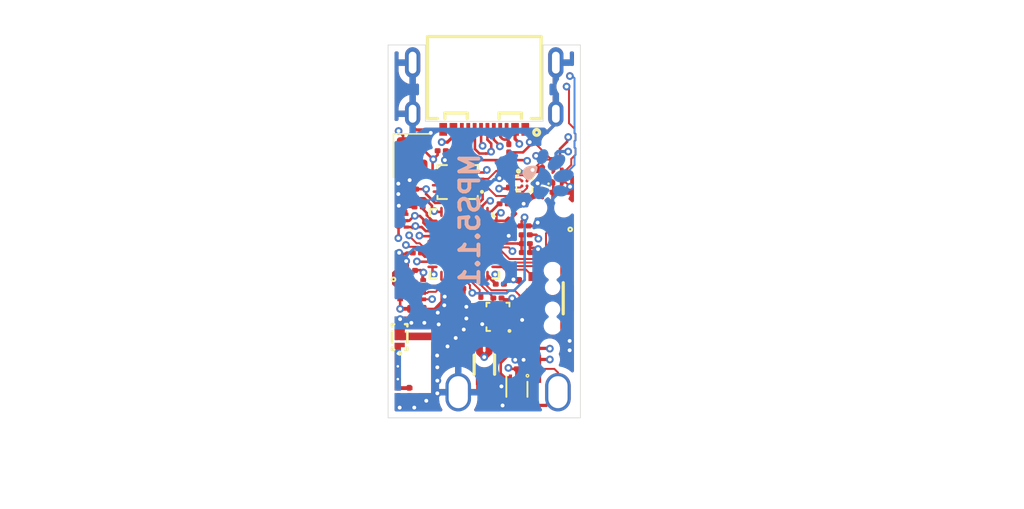
<source format=kicad_pcb>
(kicad_pcb (version 20241229) (generator "pcbnew") (generator_version "9.0")
  (layers (0 "F.Cu" signal) (4 "In1.Cu" signal) (6 "In2.Cu" signal) (2 "B.Cu" signal) (13 "F.Paste" user) (15 "B.Paste" user) (5 "F.SilkS" user "F.Silkscreen") (7 "B.SilkS" user "B.Silkscreen") (1 "F.Mask" user) (3 "B.Mask" user) (25 "Edge.Cuts" user))
  (net 0 "")
  (net 1 "GND")
  (net 2 "RST")
  (net 3 "SWCLK")
  (net 4 "SWDIO")
  (net 6 "Net-(USB1-CC2)")
  (net 7 "Net-(USB1-CC1)")
  (net 9 "CLK_EN")
  (net 10 "Net-(U2-DEC4)")
  (net 14 "VDD nRF")
  (net 17 "3V3EN")
  (net 18 "Net-(U2-ANT)")
  (net 19 "Net-(U2-XC1)")
  (net 20 "VBUS")
  (net 21 "Net-(U2-XC2)")
  (net 22 "Net-(U2-DEC3)")
  (net 23 "Net-(U2-DEC1)")
  (net 24 "Net-(U2-DECUSB)")
  (net 25 "Net-(C4-Pad1)")
  (net 26 "D+")
  (net 27 "D-")
  (net 30 "Radiator")
  (net 31 "Net-(U7-SWITCH)")
  (net 32 "DCEN")
  (net 33 "B+")
  (net 35 "Net-(U6-PROG)")
  (net 36 "DONE")
  (net 37 "CHRG")
  (net 39 "Net-(U7-FBK)")
  (net 40 "ADC")
  (net 41 "SDO")
  (net 42 "CS")
  (net 43 "SDA")
  (net 44 "INT1")
  (net 45 "CLK")
  (net 46 "SCL")
  (net 47 "+3.3V")
  (net 48 "Net-(T1-B)")
  (net 49 "Net-(T1-G)")
  (net 50 "Net-(T1-R)")
  (net 51 "LED_B")
  (net 52 "LED_G")
  (net 53 "LED_R")
  (net 54 "SW0")
  (net 56 "SDX")
  (net 57 "SCX")
  (net 58 "Net-(R2C2-Pad2)")
  (net 59 "unconnected-(U3-RESV-Pad7)")
  (net 60 "unconnected-(U3-RESV-Pad11)")
  (net 61 "unconnected-(U3-RESV-Pad10)")
  (footprint "beaLib:R_0201_JLC" (layer "F.Cu") (at 116.010446 98.162656 180)
    (property "Reference" "R2C1" (hide yes))
    (property "Value" "100r" (hide yes))
  )
  (footprint "beaLib:C_0201_JLC" (layer "F.Cu") (at 105.064824 100.181563 180)
    (property "Reference" "C7" (hide yes))
    (property "Value" "100nF" (hide yes))
  )
  (footprint "easyeda2kicad:DFN-4_L1.0-W1.0-P0.65-BL-EP" (layer "F.Cu") (at 116.078 94.206897)
    (property "Reference" "U5" (hide yes))
    (property "Value" "SSP7615-33DFR" (hide yes))
  )
  (footprint "Crystal:Crystal_SMD_2520-4Pin_2.5x2.0mm" (layer "F.Cu") (at 104.6988 92.583 -90)
    (property "Reference" "X2" (hide yes))
    (property "Value" "SX2M32.768KM20F30TNN" (hide yes))
  )
  (footprint "beaLib:R_0201_JLC" (layer "F.Cu") (at 113.169824 107.802664)
    (property "Reference" "R2D2" (hide yes))
    (property "Value" "3.3M" (hide yes))
  )
  (footprint "Ezeda2kicad:ANT-SMD_6P-L1.6-W0.8-L" (layer "F.Cu") (at 103.724574 106.755122 90)
    (property "Reference" "U1" (hide yes))
    (property "Value" "ANT162442ST-1000AM1" (hide yes))
  )
  (footprint "ezeda2kicad:QFN-40_L5.0-W5.0-P0.40-TL-EP3.6" (layer "F.Cu") (at 108.791403 99.472829 -90)
    (property "Reference" "U2" (hide yes))
    (property "Value" "NRF52833-QDAA-R" (hide yes))
  )
  (footprint "beaLib:C_0201_JLC" (layer "F.Cu") (at 113.497845 98.070344)
    (property "Reference" "C13" (hide yes))
    (property "Value" "1uF" (hide yes))
  )
  (footprint "easyeda2kicad:L0603" (layer "F.Cu") (at 114.359446 109.250011 -90)
    (property "Reference" "L3" (hide yes))
    (property "Value" "LQM18FN1R0M00D" (hide yes))
  )
  (footprint "beaLib:C_0201_JLC" (layer "F.Cu") (at 104.685598 95.19472 180)
    (property "Reference" "C6" (hide yes))
    (property "Value" "4.7uF" (hide yes))
  )
  (footprint "Ezeda2kicad:CRYSTAL-SMD_4P-L1.6-W1.2-BL" (layer "F.Cu") (at 111.410801 105.182826 90)
    (property "Reference" "X1" (hide yes))
    (property "Value" "XL4EL89CKI-111YLC-32M" (hide yes))
  )
  (footprint "beaLib:R_0201_JLC" (layer "F.Cu") (at 117.1448 100.203 -90)
    (property "Reference" "R2C3" (hide yes))
    (property "Value" "300r" (hide yes))
  )
  (footprint "easyeda2kicad:SW-SMD_GT-TC020B-H035-L05" (layer "F.Cu") (at 115.3668 103.730225 90)
    (property "Reference" "S1" (hide yes))
    (property "Value" "GT-TC020B-H035-L05" (hide yes))
  )
  (footprint "LOGO" (layer "F.Cu") (at 103.462213 108.649593 90)
    (property "Reference" "G***" (hide yes))
    (property "Value" "LOGO" (hide yes))
  )
  (footprint "beaLib:R_0201_JLC" (layer "F.Cu") (at 115.688526 99.277618 -90)
    (property "Reference" "R2C2" (hide yes))
    (property "Value" "300r" (hide yes))
  )
  (footprint "easyeda2kicad:SON-6_L1.5-W1.0-P0.50-BL_SN74LVC1G19DRYR" (layer "F.Cu") (at 103.9368 97.663 90)
    (property "Reference" "D1" (hide yes))
    (property "Value" "TPD3E001DRYR-TP" (hide yes))
  )
  (footprint "beaLib:R_0201_JLC" (layer "F.Cu") (at 103.5304 101.219 90)
    (property "Reference" "R1C1" (hide yes))
    (property "Value" "20k" (hide yes))
  )
  (footprint "justPads_custom:2_3-1.5_2.5_1_1" (layer "F.Cu") (at 116.1034 111.0742)
    (property "Reference" "B+1" (hide yes))
    (property "Value" "B+" (hide yes))
  )
  (footprint "beaLib:C_0201_JLC" (layer "F.Cu") (at 113.169825 107.139058 180)
    (property "Reference" "C1n4" (hide yes))
    (property "Value" "47pF" (hide yes))
  )
  (footprint "beaLib:C_0201_JLC" (layer "F.Cu") (at 111.37416 103.709339)
    (property "Reference" "C2" (hide yes))
    (property "Value" "12pF" (hide yes))
  )
  (footprint "beaLib:C_0201_JLC" (layer "F.Cu") (at 112.4458 97.3582 45)
    (property "Reference" "C12" (hide yes))
    (property "Value" "1uF" (hide yes))
  )
  (footprint "beaLib:R_0201_JLC" (layer "F.Cu") (at 113.578699 98.732313)
    (property "Reference" "R1D1" (hide yes))
    (property "Value" "5.6M" (hide yes))
  )
  (footprint "justPads_custom:2_3-1.5_2.5_1_1" (layer "F.Cu") (at 108.3056 111.0742)
    (property "Reference" "B-1" (hide yes))
    (property "Value" "B-" (hide yes))
  )
  (footprint "beaLib:R_0201_JLC" (layer "F.Cu") (at 108.6358 91.5416)
    (property "Reference" "R1" (hide yes))
    (property "Value" "5.1k" (hide yes))
  )
  (footprint "Inductor_SMD:L_0201_0603Metric" (layer "F.Cu") (at 107.6082 106.135085 -135)
    (property "Reference" "L2" (hide yes))
    (property "Value" "2.2nH +-5% HF" (hide yes))
  )
  (footprint "imu_custom:ICM-42688-P" (layer "F.Cu") (at 108.2548 94.6404 180)
    (property "Reference" "U3" (hide yes))
    (property "Value" "ICM-45686" (hide yes))
  )
  (footprint "beaLib:C_0402_JLC" (layer "F.Cu") (at 112.889856 112.105504 180)
    (property "Reference" "C1n2" (hide yes))
    (property "Value" "10uF" (hide yes))
  )
  (footprint "beaLib:C_0201_JLC" (layer "F.Cu") (at 103.633321 111.044244 90)
    (property "Reference" "C14" (hide yes))
    (property "Value" "6.8pF +-5%" (hide yes))
  )
  (footprint "beaLib:C_0201_JLC" (layer "F.Cu") (at 108.5596 92.7608)
    (property "Reference" "C1i1" (hide yes))
    (property "Value" "100nf" (hide yes))
  )
  (footprint "mag_custom:IST8306" (layer "F.Cu") (at 113.475218 94.743739)
    (property "Reference" "U4" (hide yes))
    (property "Value" "IST8306" (hide yes))
  )
  (footprint "easyeda2kicad:DFN-8_L2.0-W2.0-P0.50-TL-EP1.6" (layer "F.Cu") (at 104.662402 103.061198)
    (property "Reference" "U6" (hide yes))
    (property "Value" "LGS4056HDA" (hide yes))
  )
  (footprint "beaLib:C_0201_JLC" (layer "F.Cu") (at 113.588802 100.152198 180)
    (property "Reference" "C2R2" (hide yes))
    (property "Value" "10nf" (hide yes))
  )
  (footprint "beaLib:C_0201_JLC" (layer "F.Cu") (at 111.8616 96.3422)
    (property "Reference" "C5" (hide yes))
    (property "Value" "100nF" (hide yes))
  )
  (footprint "beaLib:R_0201_JLC" (layer "F.Cu") (at 113.5888 99.4918 180)
    (property "Reference" "R2D1" (hide yes))
    (property "Value" "3.3M" (hide yes))
  )
  (footprint "beaLib:R_0201_JLC" (layer "F.Cu") (at 112.2934 91.9988 -90)
    (property "Reference" "R2" (hide yes))
    (property "Value" "5.1k" (hide yes))
  )
  (footprint "beaLib:C_0402_JLC" (layer "F.Cu") (at 114.393879 107.152503 -90)
    (property "Reference" "C1n3" (hide yes))
    (property "Value" "10uF" (hide yes))
  )
  (footprint "beaLib:R_0201_JLC" (layer "F.Cu") (at 104.607632 101.519029)
    (property "Reference" "R1C3" (hide yes))
    (property "Value" "5.1k" (hide yes))
  )
  (footprint "beaLib:C_0201_JLC" (layer "F.Cu") (at 107.669809 105.053948 180)
    (property "Reference" "C4" (hide yes))
    (property "Value" "1.2pF +-5%" (hide yes))
  )
  (footprint "beaLib:R_0201_JLC" (layer "F.Cu") (at 113.200081 109.286101 180)
    (property "Reference" "R1R2" (hide yes))
    (property "Value" "20k" (hide yes))
  )
  (footprint "beaLib:C_0201_JLC" (layer "F.Cu") (at 107.007885 92.194378 180)
    (property "Reference" "C2i1" (hide yes))
    (property "Value" "100nf" (hide yes))
  )
  (footprint "easyeda2kicad:USB-C-SMD_TYPE-C-16P-CB0.8-073" (layer "F.Cu") (at 110.3376 87.9094 180)
    (property "Reference" "USB1" (hide yes))
    (property "Value" "TYPE-C 16P CB0.8 073" (hide yes))
  )
  (footprint "beaLib:R_0201_JLC" (layer "F.Cu") (at 116.0272 100.3554 180)
    (property "Reference" "R2C4" (hide yes))
    (property "Value" "100r" (hide yes))
  )
  (footprint "beaLib:C_0201_JLC" (layer "F.Cu") (at 105.198951 96.582163 180)
    (property "Reference" "C19" (hide yes))
    (property "Value" "4.7uF" (hide yes))
  )
  (footprint "easyeda2kicad:DFN-6_L1.5-W1.5-P0.50-BL-EP1.0" (layer "F.Cu") (at 112.88728 110.618102 -90)
    (property "Reference" "U7" (hide yes))
    (property "Value" "EA8103" (hide yes))
  )
  (footprint "beaLib:C_0201_JLC" (layer "F.Cu") (at 108.391934 102.963352)
    (property "Reference" "C3" (hide yes))
    (property "Value" "1pF +-5% NP0" (hide yes))
  )
  (footprint "Inductor_SMD:L_0201_0603Metric" (layer "F.Cu") (at 108.0516 104.013 -90)
    (property "Reference" "L1" (hide yes))
    (property "Value" "4.7nH +-5% HF" (hide yes))
  )
  (footprint "beaLib:C_0201_JLC" (layer "F.Cu") (at 112.236868 94.754439 -90)
    (property "Reference" "C15" (hide yes))
    (property "Value" "4.7uF" (hide yes))
  )
  (footprint "easyeda2kicad:SW-SMD_4P-L2.6-W1.6-P0.75-LS3.0" (layer "F.Cu") (at 110.3376 108.925425 -90)
    (property "Reference" "SW1" (hide yes))
    (property "Value" "1TS026A-1100-0550-CT" (hide yes))
  )
  (footprint "beaLib:C_0201_JLC" (layer "F.Cu") (at 115.9764 92.8878)
    (property "Reference" "C3r1" (hide yes))
    (property "Value" "1uF" (hide yes))
  )
  (footprint "beaLib:C_0201_JLC" (layer "F.Cu") (at 111.563207 102.626225)
    (property "Reference" "C11" (hide yes))
    (property "Value" "100nF" (hide yes))
  )
  (footprint "beaLib:C_0201_JLC" (layer "F.Cu") (at 104.4702 111.0488 90)
    (property "Reference" "C9" (hide yes))
    (property "Value" "0.8pF +-5%" (hide yes))
  )
  (footprint "beaLib:R_0201_JLC" (layer "F.Cu") (at 113.177066 106.475462 180)
    (property "Reference" "R1D2" (hide yes))
    (property "Value" "5.6M" (hide yes))
  )
  (footprint "beaLib:C_0201_JLC" (layer "F.Cu") (at 110.075463 103.952084 -90)
    (property "Reference" "C10" (hide yes))
    (property "Value" "100pF" (hide yes))
  )
  (footprint "beaLib:C_0402_JLC" (layer "F.Cu") (at 105.054403 104.559798)
    (property "Reference" "C1n1" (hide yes))
    (property "Value" "10uF" (hide yes))
  )
  (footprint "easyeda2kicad:LED-ARRAY-SMD_4P-L0.80-W0.80-BR" (layer "F.Cu") (at 116.713 99.0092 90)
    (property "Reference" "T1" (hide yes))
    (property "Value" "MHPA0808RGBDT" (hide yes))
  )
  (footprint "beaLib:C_0201_JLC" (layer "F.Cu") (at 104.685598 95.888442 180)
    (property "Reference" "C18" (hide yes))
    (property "Value" "4.7uF" (hide yes))
  )
  (footprint "beaLib:C_0201_JLC" (layer "F.Cu") (at 115.9916 95.438897 180)
    (property "Reference" "C3r2" (hide yes))
    (property "Value" "1uF" (hide yes))
  )
  (footprint "beaLib:C_0201_JLC" (layer "F.Cu") (at 111.387211 106.756931)
    (property "Reference" "C1" (hide yes))
    (property "Value" "12pF" (hide yes))
  )
  (footprint "beaLib:C_0201_JLC" (layer "F.Cu") (at 106.5441 107.100104 -90)
    (property "Reference" "C8" (hide yes))
    (property "Value" "0.8pF +-5%" (hide yes))
  )
  (footprint "beaLib:Paw-Connect_RevB_TC2030-IDC-NL_2x03_P1.27mm_Vertical" (layer "B.Cu") (at 115.242678 94.540712 117.5)
    (property "Reference" "TP1" (hide yes))
    (property "Value" "~" (hide yes))
  )
  (gr_arc (start 108.363813 105.513667) (mid 108.320392 105.743535) (end 108.18881 105.936955) (stroke (width 0.01)) (layer "F.Cu") (net 25))
  (gr_rect (start 107.764366 103.27763) (end 108.368366 103.922655) (fill yes) (layer "F.Cu") (net 18))
  (gr_poly (pts (xy 106.187256 106.263647) (xy 106.778805 106.264607) (xy 107.610928 105.45606) (xy 107.614878 103.271478) (xy 107.588502 103.251) (xy 106.9086 103.251) (xy 106.908603 103.474201) (xy 106.908603 103.944391) (xy 106.185971 104.698442)) (fill yes) (layer "F.Cu") (net 1))
  (gr_poly (pts (xy 103.825598 110.904199) (xy 103.327198 110.904201) (xy 103.3272 107.352871) (xy 103.8256 107.35287)) (fill yes) (layer "F.Cu") (net 30))
  (gr_poly (pts (xy 108.86088 103.4389) (xy 108.518519 102.863601) (xy 108.516296 105.832948) (xy 107.16397 107.158328) (xy 106.191073 107.157354) (xy 106.191073 108.562649) (xy 107.0852 108.562649) (xy 109.293342 106.19955) (xy 109.293342 104.966734) (xy 109.293342 103.9723)) (fill yes) (layer "F.Cu") (net 1))
  (gr_poly (pts (xy 106.315416 106.152141) (xy 104.062797 106.152142) (xy 104.062797 105.152596) (xy 106.315416 105.152598)) (fill yes) (layer "F.Cu") (net 1))
  (gr_poly (pts (xy 107.237991 106.877212) (xy 106.810899 106.450119) (xy 107.303609 105.957408) (xy 107.730701 106.384501)) (fill yes) (layer "F.Cu") (net 1))
  (gr_arc (start 107.234749 106.873194) (mid 107.08457 106.970093) (end 106.9086 107.001342) (stroke (width 0.01)) (layer "F.Cu") (net 1))
  (gr_poly (pts (xy 106.9086 107.2134) (xy 106.972134 107.154857) (xy 107.028189 107.14461) (xy 107.08786 107.127734) (xy 107.149942 107.106638) (xy 107.193339 107.086747) (xy 107.234325 107.065651) (xy 107.286764 107.031898) (xy 107.328955 107.014419) (xy 107.2642 107.2134)) (fill yes) (layer "F.Cu") (net 1))
  (gr_poly (pts (xy 107.865485 106.26686) (xy 107.438393 105.839767) (xy 107.764242 105.513917) (xy 108.191334 105.94101)) (fill yes) (layer "F.Cu") (net 25))
  (gr_poly (pts (xy 104.727197 110.904197) (xy 103.327198 110.904201) (xy 103.327197 110.6042) (xy 104.727198 110.604199)) (fill yes) (layer "F.Cu") (net 30))
  (gr_rect (start 107.764426 104.103055) (end 108.368426 105.521564) (fill yes) (layer "F.Cu") (net 25))
  (gr_arc (start 108.524378 105.479633) (mid 108.468535 105.801647) (end 108.283493 106.071036) (stroke (width 0.01)) (layer "F.Cu") (net 1))
  (gr_poly (pts (xy 107.837551 103.234063) (xy 107.837219 103.067123) (xy 108.297214 103.067123) (xy 108.29744 103.242501)) (fill yes) (layer "F.Cu") (net 18))
  (gr_arc (start 107.398441 106.938465) (mid 107.155711 107.104279) (end 106.867721 107.163224) (stroke (width 0.01)) (layer "F.Cu") (net 1))
  (gr_poly (pts (xy 108.3818 106.0958) (xy 108.364575 105.980743) (xy 108.401945 105.930113) (xy 108.429068 105.880086) (xy 108.462821 105.815593) (xy 108.483315 105.755922) (xy 108.508027 105.675155) (xy 108.517068 105.626936) (xy 108.551424 105.628141) (xy 108.6104 105.8672)) (fill yes) (layer "F.Cu") (net 1))
  (gr_poly (pts (xy 104.125673 107.000947) (xy 103.324824 107.000949) (xy 103.324824 105.150338) (xy 104.125674 105.150338)) (fill yes) (layer "F.Cu") (net 1))
  (gr_rect (start 103.319797 111.157803) (end 106.188023 112.411287) (fill yes) (layer "F.Cu") (net 1))
  (gr_poly (pts (xy 107.764366 105.51283) (xy 108.363813 105.51369) (xy 108.359317 105.602518) (xy 108.334707 105.708614) (xy 108.302988 105.780803) (xy 108.2658 105.845882) (xy 108.228065 105.893461) (xy 108.188835 105.936955) (xy 108.160798 105.961274) (xy 107.764242 105.513917)) (fill yes) (layer "F.Cu") (net 25))
  (gr_poly (pts (xy 108.368366 103.27763) (xy 108.244184 103.216124) (xy 107.878942 103.209423) (xy 107.764366 103.27763)) (fill yes) (layer "F.Cu") (net 18))
  (gr_poly (pts (xy 107.243175 106.863147) (xy 107.222271 106.884537) (xy 107.183382 106.91662) (xy 107.127964 106.948947) (xy 107.080082 106.970094) (xy 107.038518 106.985406) (xy 106.988205 106.994643) (xy 107.025393 106.925857) (xy 107.1626 106.7816) (xy 107.2388 106.807)) (fill yes) (layer "F.Cu") (net 1))
  (gr_rect (start 103.319797 111.157803) (end 106.188023 112.411287) (fill yes) (layer "B.Cu") (net 1))
  (gr_rect (start 103.3312 107.7214) (end 103.8312 110.9532) (fill yes) (layer "B.Cu") (net 30))
  (gr_poly (pts (xy 104.124999 106.150427) (xy 103.324149 106.150429) (xy 103.324149 105.150932) (xy 104.124999 105.150932)) (fill yes) (layer "B.Cu") (net 1))
  (gr_poly (pts (xy 108.863741 103.439025) (xy 108.52138 102.863726) (xy 108.519157 105.833073) (xy 107.166831 107.158453) (xy 106.807003 107.158093) (xy 106.807003 107.800774) (xy 107.800094 107.800774) (xy 109.296203 106.199675) (xy 109.296203 104.966859) (xy 109.296203 103.972425)) (fill yes) (layer "B.Cu") (net 1))
  (gr_line (start 102.8192 113.0808) (end 102.8192 83.9216) (stroke (width 0.05)) (layer "Edge.Cuts"))
  (gr_line (start 117.856 83.9216) (end 114.9376 83.9216) (stroke (width 0.05)) (layer "Edge.Cuts"))
  (gr_line (start 102.8192 113.0808) (end 117.856 113.0808) (stroke (width 0.05)) (layer "Edge.Cuts"))
  (gr_line (start 105.7376 89.8906) (end 114.9376 89.8906) (stroke (width 0.05)) (layer "Edge.Cuts"))
  (gr_line (start 105.737587 83.9216) (end 105.7376 89.8906) (stroke (width 0.05)) (layer "Edge.Cuts"))
  (gr_line (start 114.9376 83.9216) (end 114.9376 89.8906) (stroke (width 0.05)) (layer "Edge.Cuts"))
  (gr_line (start 117.856 113.0808) (end 117.856 83.9216) (stroke (width 0.05)) (layer "Edge.Cuts"))
  (gr_line (start 102.8192 83.9216) (end 105.737587 83.9216) (stroke (width 0.05)) (layer "Edge.Cuts"))
  (gr_text "MPS5.1.1" (at 110.0836 92.2528 90) (layer "B.SilkS") (effects (font (size 1.5 1.5) (thickness 0.3) (bold yes)) (justify left bottom mirror)))
  (segment (start 113.188334 96.5708) (end 112.903 96.5708) (width 0.2) (layer "F.Cu") (net 1))
  (segment (start 106.882392 104.568023) (end 106.984745 104.46567) (width 0.2) (layer "F.Cu") (net 1))
  (segment (start 106.5076 90.5456) (end 107.152999 90.5456) (width 0.2) (layer "F.Cu") (net 1))
  (segment (start 103.998801 94.208348) (end 103.998801 93.457999) (width 0.2) (layer "F.Cu") (net 1))
  (segment (start 104.883751 96.582163) (end 103.744963 96.582163) (width 0.2) (layer "F.Cu") (net 1))
  (segment (start 108.9558 91.83934) (end 108.9558 91.575601) (width 0.2) (layer "F.Cu") (net 1))
  (segment (start 108.591407 101.972824) (end 108.591407 99.672826) (width 0.2) (layer "F.Cu") (net 1))
  (segment (start 111.86508 110.6181) (end 111.861351 110.621829) (width 0.25) (layer "F.Cu") (net 1))
  (segment (start 114.118952 93.693508) (end 114.129811 93.693508) (width 0.15) (layer "F.Cu") (net 1))
  (segment (start 104.287633 101.75303) (end 104.287633 101.553031) (width 0.25) (layer "F.Cu") (net 1))
  (segment (start 104.737598 90.310398) (end 104.737598 89.2994) (width 0.25) (layer "F.Cu") (net 1))
  (segment (start 112.259398 92.318799) (end 113.370401 92.318799) (width 0.2) (layer "F.Cu") (net 1))
  (segment (start 115.6516 92.8878) (end 115.5192 92.8878) (width 0.2) (layer "F.Cu") (net 1))
  (segment (start 112.244232 102.2604) (end 111.878407 102.626225) (width 0.25) (layer "F.Cu") (net 1))
  (segment (start 112.248766 98.870353) (end 112.246293 98.872826) (width 0.2) (layer "F.Cu") (net 1))
  (segment (start 104.160208 100.899002) (end 104.235298 100.823912) (width 0.2) (layer "F.Cu") (net 1))
  (segment (start 108.591407 99.672826) (end 108.791403 99.472829) (width 0.15) (layer "F.Cu") (net 1))
  (segment (start 113.8936 91.7956) (end 113.8936 91.5162) (width 0.2) (layer "F.Cu") (net 1))
  (segment (start 112.416186 103.837844) (end 111.898024 103.837846) (width 0.25) (layer "F.Cu") (net 1))
  (segment (start 114.39788 106.689905) (end 114.450728 106.742753) (width 0.25) (layer "F.Cu") (net 1))
  (segment (start 104.378801 101.532402) (end 104.378801 100.967415) (width 0.15) (layer "F.Cu") (net 1))
  (segment (start 108.787541 102.956425) (end 108.787541 105.596861) (width 0.2) (layer "F.Cu") (net 1))
  (segment (start 114.296728 103.930154) (end 114.296728 105.330156) (width 0.604) (layer "F.Cu") (net 1))
  (segment (start 115.937602 90.056398) (end 115.2906 90.7034) (width 0.25) (layer "F.Cu") (net 1))
  (segment (start 111.772121 112.114462) (end 111.780663 112.10592) (width 0.2) (layer "F.Cu") (net 1))
  (segment (start 104.177507 100.2538) (end 104.268882 100.162425) (width 0.2) (layer "F.Cu") (net 1))
  (segment (start 110.989612 105.754022) (end 110.183061 105.75402) (width 0.25) (layer "F.Cu") (net 1))
  (segment (start 112.388868 112.10592) (end 112.388871 111.319692) (width 0.25) (layer "F.Cu") (net 1))
  (segment (start 103.68544 100.169948) (end 103.677938 100.169948) (width 0.2) (layer "F.Cu") (net 1))
  (segment (start 114.129811 93.693508) (end 114.935519 92.8878) (width 0.15) (layer "F.Cu") (net 1))
  (segment (start 108.591046 102.68373) (end 108.591046 102.029205) (width 0.2) (layer "F.Cu") (net 1))
  (segment (start 104.21782 94.427367) (end 103.998801 94.208348) (width 0.2) (layer "F.Cu") (net 1))
  (segment (start 112.388871 111.319692) (end 112.387281 111.318103) (width 0.2) (layer "F.Cu") (net 1))
  (segment (start 111.898024 103.837846) (end 111.70214 103.641965) (width 0.25) (layer "F.Cu") (net 1))
  (segment (start 111.789607 104.44837) (end 111.789611 104.611632) (width 0.25) (layer "F.Cu") (net 1))
  (segment (start 112.88728 110.618102) (end 111.86508 110.6181) (width 0.4) (layer "F.Cu") (net 1))
  (segment (start 112.248766 98.84686) (end 112.248766 98.870353) (width 0.2) (layer "F.Cu") (net 1))
  (segment (start 107.5128 92.2782) (end 107.7976 92.563) (width 0.2) (layer "F.Cu") (net 1))
  (segment (start 112.236868 94.429639) (end 113.161118 94.429639) (width 0.15) (layer "F.Cu") (net 1))
  (segment (start 104.009789 94.7674) (end 104.370398 95.128009) (width 0.2) (layer "F.Cu") (net 1))
  (segment (start 103.6192 94.7674) (end 104.009789 94.7674) (width 0.2) (layer "F.Cu") (net 1))
  (segment (start 116.3164 95.438897) (end 116.614356 95.438897) (width 0.15) (layer "F.Cu") (net 1))
  (segment (start 111.810803 104.632825) (end 111.8108 104.4448) (width 0.25) (layer "F.Cu") (net 1))
  (segment (start 116.398 94.676897) (end 116.722354 94.676897) (width 0.15) (layer "F.Cu") (net 1))
  (segment (start 104.504087 94.489432) (end 104.442022 94.427367) (width 0.2) (layer "F.Cu") (net 1))
  (segment (start 112.66868 96.80512) (end 112.66868 97.13532) (width 0.2) (layer "F.Cu") (net 1))
  (segment (start 114.543493 99.877211) (end 114.46169 99.877211) (width 0.2) (layer "F.Cu") (net 1))
  (segment (start 114.4524 91.746662) (end 114.4524 91.567) (width 0.15) (layer "F.Cu") (net 1))
  (segment (start 104.370398 95.128009) (end 104.370398 95.19472) (width 0.2) (layer "F.Cu") (net 1))
  (segment (start 111.062414 105.826823) (end 110.989612 105.754022) (width 0.25) (layer "F.Cu") (net 1))
  (segment (start 104.378801 100.967415) (end 104.235298 100.823912) (width 0.15) (layer "F.Cu") (net 1))
  (segment (start 111.518259 94.345221) (end 112.15245 94.345221) (width 0.2) (layer "F.Cu") (net 1))
  (segment (start 105.482203 104.374825) (end 105.486203 104.378825) (width 0.2) (layer "F.Cu") (net 1))
  (segment (start 103.5812 100.765432) (end 103.44763 100.899002) (width 0.2) (layer "F.Cu") (net 1))
  (segment (start 103.6574 96.4946) (end 103.825804 96.4946) (width 0.2) (layer "F.Cu") (net 1))
  (segment (start 111.780663 112.10592) (end 112.388868 112.10592) (width 0.2) (layer "F.Cu") (net 1))
  (segment (start 108.707134 102.963352) (end 108.707134 102.799818) (width 0.2) (layer "F.Cu") (net 1))
  (segment (start 103.44763 100.899002) (end 104.160208 100.899002) (width 0.2) (layer "F.Cu") (net 1))
  (segment (start 113.8936 90.859298) (end 113.573002 90.5387) (width 0.25) (layer "F.Cu") (net 1))
  (segment (start 113.370401 92.318799) (end 113.8936 91.7956) (width 0.2) (layer "F.Cu") (net 1))
  (segment (start 103.762401 103.311198) (end 104.412402 103.311198) (width 0.25) (layer "F.Cu") (net 1))
  (segment (start 114.252702 98.070344) (end 114.513464 97.809582) (width 0.2) (layer "F.Cu") (net 1))
  (segment (start 111.711053 104.714281) (end 111.711053 104.508631) (width 0.25) (layer "F.Cu") (net 1))
  (segment (start 113.41896 96.340174) (end 113.188334 96.5708) (width 0.2) (layer "F.Cu") (net 1))
  (segment (start 113.8936 91.5162) (end 113.8936 90.859298) (width 0.25) (layer "F.Cu") (net 1))
  (segment (start 103.68544 100.169948) (end 103.671453 100.183935) (width 0.2) (layer "F.Cu") (net 1))
  (segment (start 103.677938 100.169948) (end 103.5812 100.266686) (width 0.2) (layer "F.Cu") (net 1))
  (segment (start 114.437202 103.730225) (end 114.576342 103.869365) (width 0.25) (layer "F.Cu") (net 1))
  (segment (start 114.39788 106.689905) (end 114.489575 106.7816) (width 0.25) (layer "F.Cu") (net 1))
  (segment (start 106.257887 90.795313) (end 106.5076 90.5456) (width 0.2) (layer "F.Cu") (net 1))
  (segment (start 108.2856 92.50954) (end 108.9558 91.83934) (width 0.2) (layer "F.Cu") (net 1))
  (segment (start 113.913599 100.152198) (end 113.913603 99.779168) (width 0.2) (layer "F.Cu") (net 1))
  (segment (start 115.6516 92.8878) (end 115.593538 92.8878) (width 0.15) (layer "F.Cu") (net 1))
  (segment (start 103.512883 106.768123) (end 103.483605 106.797399) (width 0.25) (layer "F.Cu") (net 1))
  (segment (start 105.551803 104.400225) (end 105.719601 104.568023) (width 0.2) (layer "F.Cu") (net 1))
  (segment (start 110.185203 104.262225) (end 109.605775 104.262225) (width 0.15) (layer "F.Cu") (net 1))
  (segment (start 103.6192 95.5802) (end 103.927442 95.888442) (width 0.2) (layer "F.Cu") (net 1))
  (segment (start 110.183061 105.75402) (end 110.18241 105.754669) (width 0.25) (layer "F.Cu") (net 1))
  (segment (start 104.442022 94.427367) (end 104.21782 94.427367) (width 0.2) (layer "F.Cu") (net 1))
  (segment (start 112.6236 102.2604) (end 112.244232 102.2604) (width 0.25) (layer "F.Cu") (net 1))
  (segment (start 103.775558 106.711244) (end 103.676286 106.611972) (width 0.59) (layer "F.Cu") (net 1))
  (segment (start 111.789611 104.611632) (end 111.810803 104.632825) (width 0.25) (layer "F.Cu") (net 1))
  (segment (start 107.9954 92.7608) (end 107.7976 92.563) (width 0.2) (layer "F.Cu") (net 1))
  (segment (start 112.518787 103.735244) (end 112.416186 103.837844) (width 0.25) (layer "F.Cu") (net 1))
  (segment (start 106.154532 90.795313) (end 106.257887 90.795313) (width 0.2) (layer "F.Cu") (net 1))
  (segment (start 116.1796 107.061) (end 117.0178 107.061) (width 0.25) (layer "F.Cu") (net 1))
  (segment (start 108.707134 102.799818) (end 108.591046 102.68373) (width 0.2) (layer "F.Cu") (net 1))
  (segment (start 112.903 96.5708) (end 112.66868 96.80512) (width 0.2) (layer "F.Cu") (net 1))
  (segment (start 103.696567 100.2538) (end 104.177507 100.2538) (width 0.2) (layer "F.Cu") (net 1))
  (segment (start 106.154532 90.795313) (end 106.035313 90.795313) (width 0.25) (layer "F.Cu") (net 1))
  (segment (start 108.2856 92.7608) (end 108.2856 92.50954) (width 0.2) (layer "F.Cu") (net 1))
  (segment (start 115.593538 92.8878) (end 114.4524 91.746662) (width 0.15) (layer "F.Cu") (net 1))
  (segment (start 108.591046 102.029205) (end 108.590506 102.028665) (width 0.2) (layer "F.Cu") (net 1))
  (segment (start 107.401839 106.374047) (end 107.401843 106.415448) (width 0.25) (layer "F.Cu") (net 1))
  (segment (start 114.374736 99.790257) (end 113.924689 99.790257) (width 0.2) (layer "F.Cu") (net 1))
  (segment (start 116.614356 95.438897) (end 117.049355 95.003898) (width 0.15) (layer "F.Cu") (net 1))
  (segment (start 103.825804 96.4946) (end 104.2368 96.905596) (width 0.2) (layer "F.Cu") (net 1))
  (segment (start 114.096799 103.730225) (end 114.296728 103.930154) (width 0.604) (layer "F.Cu") (net 1))
  (segment (start 113.924689 99.790257) (end 113.913603 99.779168) (width 0.2) (layer "F.Cu") (net 1))
  (segment (start 114.397876 106.689899) (end 114.149437 106.441462) (width 0.2) (layer "F.Cu") (net 1))
  (segment (start 113.188334 96.5708) (end 112.4054 96.5708) (width 0.2) (layer "F.Cu") (net 1))
  (segment (start 114.46169 99.877211) (end 114.374736 99.790257) (width 0.2) (layer "F.Cu") (net 1))
  (segment (start 114.149437 106.441462) (end 113.49706 106.441458) (width 0.2) (layer "F.Cu") (net 1))
  (segment (start 111.062405 106.756923) (end 111.062414 105.826823) (width 0.25) (layer "F.Cu") (net 1))
  (segment (start 103.671453 100.228686) (end 103.696567 100.2538) (width 0.2) (layer "F.Cu") (net 1))
  (segment (start 111.8108 104.4448) (end 112.40013 103.855472) (width 0.25) (layer "F.Cu") (net 1))
  (segment (start 105.804067 90.564067) (end 104.991267 90.564067) (width 0.25) (layer "F.Cu") (net 1))
  (segment (start 112.4054 96.5708) (end 112.1768 96.3422) (width 0.2) (layer "F.Cu") (net 1))
  (segment (start 105.719601 104.568023) (end 106.882392 104.568023) (width 0.2) (layer "F.Cu") (net 1))
  (segment (start 114.935519 92.8878) (end 115.6516 92.8878) (width 0.15) (layer "F.Cu") (net 1))
  (segment (start 112.321575 103.898108) (end 112.342753 103.898106) (width 0.25) (layer "F.Cu") (net 1))
  (segment (start 104.662402 102.127799) (end 104.287633 101.75303) (width 0.25) (layer "F.Cu") (net 1))
  (segment (start 116.722354 94.676897) (end 117.049355 95.003898) (width 0.15) (layer "F.Cu") (net 1))
  (segment (start 113.913601 99.462599) (end 113.9088 99.457798) (width 0.2) (layer "F.Cu") (net 1))
  (segment (start 109.605775 104.262225) (end 109.5502 104.3178) (width 0.15) (layer "F.Cu") (net 1))
  (segment (start 104.662402 103.033626) (end 104.521003 102.892227) (width 0.2) (layer "F.Cu") (net 1))
  (segment (start 115.6516 92.8878) (end 115.6462 92.8878) (width 0.2) (layer "F.Cu") (net 1))
  (segment (start 114.450728 106.742753) (end 115.861353 106.742753) (width 0.25) (layer "F.Cu") (net 1))
  (segment (start 104.2368 96.905596) (end 104.2368 97.162999) (width 0.2) (layer "F.Cu") (net 1))
  (segment (start 107.304594 92.835412) (end 107.5128 92.627206) (width 0.2) (layer "F.Cu") (net 1))
  (segment (start 114.546964 99.880682) (end 114.543493 99.877211) (width 0.2) (layer "F.Cu") (net 1))
  (segment (start 104.662402 103.061198) (end 104.662402 102.127799) (width 0.25) (layer "F.Cu") (net 1))
  (segment (start 104.412402 103.311198) (end 104.662402 103.061198) (width 0.25) (layer "F.Cu") (net 1))
  (segment (start 108.2856 92.7608) (end 107.9954 92.7608) (width 0.2) (layer "F.Cu") (net 1))
  (segment (start 112.250378 98.845248) (end 112.248766 98.84686) (width 0.2) (layer "F.Cu") (net 1))
  (segment (start 103.5812 100.266686) (end 103.5812 100.765432) (width 0.2) (layer "F.Cu") (net 1))
  (segment (start 103.927442 95.888442) (end 104.370398 95.888442) (width 0.2) (layer "F.Cu") (net 1))
  (segment (start 109.5502 104.3178) (end 109.5502 105.1052) (width 0.15) (layer "F.Cu") (net 1))
  (segment (start 104.991267 90.564067) (end 104.737598 90.310398) (width 0.25) (layer "F.Cu") (net 1))
  (segment (start 113.161118 94.429639) (end 113.282718 94.551239) (width 0.15) (layer "F.Cu") (net 1))
  (segment (start 112.40013 103.855472) (end 112.400132 103.837847) (width 0.25) (layer "F.Cu") (net 1))
  (segment (start 108.2548 93.62694) (end 108.2548 92.7808) (width 0.2) (layer "F.Cu") (net 1))
  (segment (start 103.744963 96.582163) (end 103.6574 96.4946) (width 0.2) (layer "F.Cu") (net 1))
  (segment (start 115.861353 106.742753) (end 116.1796 107.061) (width 0.25) (layer "F.Cu") (net 1))
  (segment (start 113.41546 108.544843) (end 112.75859 108.544846) (width 0.5) (layer "F.Cu") (net 1))
  (segment (start 112.246293 98.872826) (end 111.291401 98.872826) (width 0.2) (layer "F.Cu") (net 1))
  (segment (start 114.296728 105.330156) (end 114.396796 105.430224) (width 0.604) (layer "F.Cu") (net 1))
  (segment (start 104.268882 100.162425) (end 104.739203 100.162425) (width 0.2) (layer "F.Cu") (net 1))
  (segment (start 107.5128 92.627206) (end 107.5128 92.2782) (width 0.2) (layer "F.Cu") (net 1))
  (segment (start 103.671453 100.183935) (end 103.671453 100.228686) (width 0.2) (layer "F.Cu") (net 1))
  (segment (start 106.903804 106.711244) (end 103.775558 106.711244) (width 0.59) (layer "F.Cu") (net 1))
  (segment (start 113.913603 99.779168) (end 113.913601 99.462599) (width 0.2) (layer "F.Cu") (net 1))
  (segment (start 106.035313 90.795313) (end 105.804067 90.564067) (width 0.25) (layer "F.Cu") (net 1))
  (segment (start 113.813045 98.070344) (end 114.252702 98.070344) (width 0.2) (layer "F.Cu") (net 1))
  (segment (start 111.861351 110.621829) (end 111.682033 110.621829) (width 0.25) (layer "F.Cu") (net 1))
  (via (at 108.940603 105.311574) (size 0.6) (drill 0.3) (layers "F.Cu" "B.Cu") (net 1))
  (via (at 113.41896 96.340174) (size 0.6) (drill 0.3) (layers "F.Cu" "B.Cu") (net 1))
  (via (at 108.940603 104.397174) (size 0.6) (drill 0.3) (layers "F.Cu" "B.Cu") (net 1))
  (via (at 111.772121 112.114462) (size 0.6) (drill 0.3) (layers "F.Cu" "B.Cu") (net 1))
  (via (at 107.467403 107.495974) (size 0.6) (drill 0.3) (layers "F.Cu" "B.Cu") (net 1))
  (via (at 117.0178 107.061) (size 0.6) (drill 0.3) (layers "F.Cu" "B.Cu") (net 1))
  (via (at 106.654603 108.207174) (size 0.6) (drill 0.3) (layers "F.Cu" "B.Cu") (net 1))
  (via (at 106.774894 105.774997) (size 0.6) (drill 0.3) (layers "F.Cu" "B.Cu") (net 1))
  (via (at 104.637867 105.651072) (size 0.6) (drill 0.3) (layers "F.Cu" "B.Cu") (net 1))
  (via (at 106.669871 110.172272) (size 0.6) (drill 0.3) (layers "F.Cu" "B.Cu") (net 1))
  (via (at 112.6236 102.2604) (size 0.6) (drill 0.3) (layers "F.Cu" "B.Cu") (net 1))
  (via (at 112.518787 103.735244) (size 0.6) (drill 0.3) (layers "F.Cu" "B.Cu") (net 1))
  (via (at 117.049355 95.003898) (size 0.6) (drill 0.3) (layers "F.Cu" "B.Cu") (net 1))
  (via (at 106.669868 111.16287) (size 0.6) (drill 0.3) (layers "F.Cu" "B.Cu") (net 1))
  (via (at 108.737403 106.175174) (size 0.6) (drill 0.3) (layers "F.Cu" "B.Cu") (net 1))
  (via (at 112.250378 98.845248) (size 0.6) (drill 0.3) (layers "F.Cu" "B.Cu") (net 1))
  (via (at 108.106591 106.835371) (size 0.6) (drill 0.3) (layers "F.Cu" "B.Cu") (net 1))
  (via (at 107.214136 104.277718) (size 0.6) (drill 0.3) (layers "F.Cu" "B.Cu") (net 1))
  (via (at 113.8936 91.5162) (size 0.6) (drill 0.3) (layers "F.Cu" "B.Cu") (net 1))
  (via (at 117.0178 107.7976) (size 0.6) (drill 0.3) (layers "F.Cu" "B.Cu") (net 1))
  (via (at 105.806269 111.747071) (size 0.6) (drill 0.3) (layers "F.Cu" "B.Cu") (net 1))
  (via (at 103.723469 112.280469) (size 0.6) (drill 0.3) (layers "F.Cu" "B.Cu") (net 1))
  (via (at 105.65387 105.651071) (size 0.6) (drill 0.3) (layers "F.Cu" "B.Cu") (net 1))
  (via (at 111.518259 94.345221) (size 0.6) (drill 0.3) (layers "F.Cu" "B.Cu") (net 1))
  (via (at 110.18241 105.754669) (size 0.6) (drill 0.3) (layers "F.Cu" "B.Cu") (net 1))
  (via (at 113.303413 105.425088) (size 0.6) (drill 0.3) (layers "F.Cu" "B.Cu") (net 1))
  (via (at 103.6574 96.4946) (size 0.6) (drill 0.3) (layers "F.Cu" "B.Cu") (net 1))
  (via (at 104.235298 100.823912) (size 0.6) (drill 0.3) (layers "F.Cu" "B.Cu") (net 1))
  (via (at 106.154532 90.795313) (size 0.6) (drill 0.3) (layers "F.Cu" "B.Cu") (net 1))
  (via (at 103.6192 95.5802) (size 0.6) (drill 0.3) (layers "F.Cu" "B.Cu") (net 1))
  (via (at 107.256135 92.924891) (size 0.6) (drill 0.3) (layers "F.Cu" "B.Cu") (net 1))
  (via (at 103.6192 94.7674) (size 0.6) (drill 0.3) (layers "F.Cu" "B.Cu") (net 1))
  (via (at 107.246902 103.600275) (size 0.6) (drill 0.3) (layers "F.Cu" "B.Cu") (net 1))
  (via (at 104.866466 112.280471) (size 0.6) (drill 0.3) (layers "F.Cu" "B.Cu") (net 1))
  (via (at 114.513464 97.809582) (size 0.6) (drill 0.3) (layers "F.Cu" "B.Cu") (net 1))
  (via (at 112.75859 108.544846) (size 0.6) (drill 0.3) (layers "F.Cu" "B.Cu") (net 1))
  (via (at 113.41546 108.544843) (size 0.6) (drill 0.3) (layers "F.Cu" "B.Cu") (net 1))
  (via (at 103.68544 100.169948) (size 0.6) (drill 0.3) (layers "F.Cu" "B.Cu") (net 1))
  (via (at 111.682033 110.621829) (size 0.6) (drill 0.3) (layers "F.Cu" "B.Cu") (net 1))
  (via (at 106.669868 109.130874) (size 0.6) (drill 0.3) (layers "F.Cu" "B.Cu") (net 1))
  (via (at 104.504087 94.489432) (size 0.6) (drill 0.3) (layers "F.Cu" "B.Cu") (net 1))
  (via (at 103.756685 105.360104) (size 0.6) (drill 0.3) (layers "F.Cu" "B.Cu") (net 1))
  (via (at 114.118952 93.693508) (size 0.6) (drill 0.3) (layers "F.Cu" "B.Cu") (net 1))
  (via (at 106.702623 104.856668) (size 0.6) (drill 0.3) (layers "F.Cu" "B.Cu") (net 1))
  (via (at 114.546964 99.880682) (size 0.6) (drill 0.3) (layers "F.Cu" "B.Cu") (net 1))
  (segment (start 104.26613 100.697501) (end 104.258557 100.689928) (width 0.2) (layer "B.Cu") (net 1))
  (segment (start 116.30201 95.319568) (end 116.733685 95.319568) (width 0.25) (layer "B.Cu") (net 1))
  (segment (start 104.805753 101.791803) (end 104.4702 101.45625) (width 0.2) (layer "B.Cu") (net 1))
  (segment (start 104.4702 101.4476) (end 104.267 101.2444) (width 0.2) (layer "B.Cu") (net 1))
  (segment (start 111.669866 94.449356) (end 111.112844 94.449356) (width 0.25) (layer "B.Cu") (net 1))
  (segment (start 104.267 101.2444) (end 104.267 100.920053) (width 0.2) (layer "B.Cu") (net 1))
  (segment (start 104.26613 100.919183) (end 104.26613 100.697501) (width 0.2) (layer "B.Cu") (net 1))
  (segment (start 104.4702 101.45625) (end 104.4702 101.4476) (width 0.2) (layer "B.Cu") (net 1))
  (segment (start 104.267 100.920053) (end 104.26613 100.919183) (width 0.2) (layer "B.Cu") (net 1))
  (segment (start 104.258557 100.689928) (end 104.258557 100.415079) (width 0.2) (layer "B.Cu") (net 1))
  (segment (start 115.696243 95.925335) (end 115.696243 96.290644) (width 0.25) (layer "B.Cu") (net 1))
  (segment (start 104.821611 99.8474) (end 105.3592 99.8474) (width 0.2) (layer "B.Cu") (net 1))
  (segment (start 104.5464 100.127236) (end 104.5464 100.122611) (width 0.2) (layer "B.Cu") (net 1))
  (segment (start 104.258557 100.415079) (end 104.5464 100.127236) (width 0.2) (layer "B.Cu") (net 1))
  (segment (start 115.937602 89.2994) (end 115.937602 90.044991) (width 0.25) (layer "B.Cu") (net 1))
  (segment (start 104.5464 100.122611) (end 104.821611 99.8474) (width 0.2) (layer "B.Cu") (net 1))
  (segment (start 116.30201 95.319568) (end 115.696243 95.925335) (width 0.25) (layer "B.Cu") (net 1))
  (segment (start 116.733685 95.319568) (end 117.049355 95.003898) (width 0.4) (layer "B.Cu") (net 1))
  (segment (start 111.112844 94.449356) (end 110.6932 94.869) (width 0.25) (layer "B.Cu") (net 1))
  (segment (start 115.937602 90.044991) (end 115.270941 90.711652) (width 0.25) (layer "B.Cu") (net 1))
  (segment (start 104.454023 98.817692) (end 104.454023 98.840623) (width 0.15) (layer "F.Cu") (net 2))
  (segment (start 104.465503 98.806212) (end 104.454023 98.817692) (width 0.15) (layer "F.Cu") (net 2))
  (segment (start 104.454023 98.840623) (end 105.040383 99.426983) (width 0.15) (layer "F.Cu") (net 2))
  (segment (start 105.526713 99.672829) (end 106.291405 99.672829) (width 0.15) (layer "F.Cu") (net 2))
  (segment (start 105.280867 99.426983) (end 105.526713 99.672829) (width 0.15) (layer "F.Cu") (net 2))
  (segment (start 105.040383 99.426983) (end 105.280867 99.426983) (width 0.15) (layer "F.Cu") (net 2))
  (via (at 117.035183 86.347526) (size 0.6) (drill 0.3) (layers "F.Cu" "B.Cu") (net 2))
  (via (at 104.465503 98.806212) (size 0.6) (drill 0.3) (layers "F.Cu" "B.Cu") (net 2))
  (segment (start 117.3988 92.576102) (end 117.3988 93.301598) (width 0.15) (layer "B.Cu") (net 2))
  (segment (start 117.3988 91.934526) (end 117.481 92.016726) (width 0.15) (layer "B.Cu") (net 2))
  (segment (start 117.481001 91.363439) (end 117.3988 91.44564) (width 0.15) (layer "B.Cu") (net 2))
  (segment (start 117.3988 91.44564) (end 117.3988 91.934526) (width 0.15) (layer "B.Cu") (net 2))
  (segment (start 117.035183 86.347526) (end 117.048406 86.360749) (width 0.15) (layer "B.Cu") (net 2))
  (segment (start 117.481001 90.886263) (end 117.481001 91.363439) (width 0.15) (layer "B.Cu") (net 2))
  (segment (start 117.481 92.493902) (end 117.3988 92.576102) (width 0.15) (layer "B.Cu") (net 2))
  (segment (start 117.3988 86.525) (end 117.3988 90.804062) (width 0.15) (layer "B.Cu") (net 2))
  (segment (start 117.3988 93.301598) (end 116.520465 94.179933) (width 0.15) (layer "B.Cu") (net 2))
  (segment (start 117.234549 86.360749) (end 117.3988 86.525) (width 0.15) (layer "B.Cu") (net 2))
  (segment (start 117.3988 90.804062) (end 117.481001 90.886263) (width 0.15) (layer "B.Cu") (net 2))
  (segment (start 117.481 92.016726) (end 117.481 92.493902) (width 0.15) (layer "B.Cu") (net 2))
  (segment (start 117.048406 86.360749) (end 117.234549 86.360749) (width 0.15) (layer "B.Cu") (net 2))
  (segment (start 106.368553 101.866775) (end 106.291403 101.789625) (width 0.2) (layer "F.Cu") (net 3))
  (segment (start 106.391403 101.866775) (end 106.368553 101.866775) (width 0.2) (layer "F.Cu") (net 3))
  (segment (start 106.291403 101.789625) (end 106.291403 101.27283) (width 0.2) (layer "F.Cu") (net 3))
  (via (at 106.391403 101.866775) (size 0.6) (drill 0.3) (layers "F.Cu" "B.Cu") (net 3))
  (via (at 114.512017 94.74059) (size 0.6) (drill 0.3) (layers "F.Cu" "B.Cu") (net 3))
  (segment (start 114.508622 95.458964) (end 114.508622 94.394912) (width 0.2) (layer "B.Cu") (net 3))
  (segment (start 114.305806 94.945852) (end 114.152182 94.792228) (width 0.25) (layer "B.Cu") (net 3))
  (segment (start 114.152182 94.792228) (end 114.134924 94.792228) (width 0.25) (layer "B.Cu") (net 3))
  (segment (start 114.128078 94.785382) (end 114.128078 94.760174) (width 0.25) (layer "B.Cu") (net 3))
  (segment (start 114.512017 94.74059) (end 114.306755 94.945852) (width 0.25) (layer "B.Cu") (net 3))
  (segment (start 114.306755 94.945852) (end 114.305806 94.945852) (width 0.25) (layer "B.Cu") (net 3))
  (segment (start 114.134924 94.792228) (end 114.128078 94.785382) (width 0.25) (layer "B.Cu") (net 3))
  (segment (start 105.249129 100.872828) (end 106.291402 100.872828) (width 0.2) (layer "F.Cu") (net 4))
  (segment (start 105.07293 100.85306) (end 105.229361 100.85306) (width 0.2) (layer "F.Cu") (net 4))
  (segment (start 105.229361 100.85306) (end 105.249129 100.872828) (width 0.2) (layer "F.Cu") (net 4))
  (via (at 105.07293 100.85306) (size 0.6) (drill 0.3) (layers "F.Cu" "B.Cu") (net 4))
  (via (at 114.39045 92.589805) (size 0.6) (drill 0.3) (layers "F.Cu" "B.Cu") (net 4))
  (segment (start 114.39045 92.589805) (end 114.391811 92.591166) (width 0.25) (layer "B.Cu") (net 4))
  (segment (start 114.448466 92.591166) (end 114.525075 92.667775) (width 0.25) (layer "B.Cu") (net 4))
  (segment (start 114.525075 92.667775) (end 114.899025 92.667775) (width 0.25) (layer "B.Cu") (net 4))
  (segment (start 114.391811 92.591166) (end 114.448466 92.591166) (width 0.25) (layer "B.Cu") (net 4))
  (segment (start 108.369024 91.33679) (end 108.601798 91.104016) (width 0.2) (layer "F.Cu") (net 6))
  (segment (start 108.347798 91.526403) (end 108.369024 91.505177) (width 0.25) (layer "F.Cu") (net 6))
  (segment (start 108.369024 91.505177) (end 108.369024 91.33679) (width 0.2) (layer "F.Cu") (net 6))
  (segment (start 108.601798 91.104016) (end 108.601798 90.549901) (width 0.2) (layer "F.Cu") (net 6))
  (segment (start 108.601798 90.549901) (end 108.613 90.538699) (width 0.25) (layer "F.Cu") (net 6))
  (segment (start 112.259398 91.448804) (end 112.130494 91.3199) (width 0.2) (layer "F.Cu") (net 7))
  (segment (start 112.259398 91.678803) (end 112.259398 91.448804) (width 0.2) (layer "F.Cu") (net 7))
  (segment (start 111.594048 90.569655) (end 111.514569 90.490176) (width 0.15) (layer "F.Cu") (net 7))
  (segment (start 111.594048 91.099623) (end 111.594048 90.569655) (width 0.2) (layer "F.Cu") (net 7))
  (segment (start 112.232666 91.669492) (end 112.262315 91.699141) (width 0.2) (layer "F.Cu") (net 7))
  (segment (start 112.232666 91.580209) (end 112.232666 91.669492) (width 0.2) (layer "F.Cu") (net 7))
  (segment (start 111.730748 91.236323) (end 111.594048 91.099623) (width 0.2) (layer "F.Cu") (net 7))
  (segment (start 112.130494 91.3199) (end 111.932522 91.3199) (width 0.2) (layer "F.Cu") (net 7))
  (arc (start 111.932522 91.3199) (mid 111.823323 91.298179) (end 111.730748 91.236323) (width 0.2) (layer "F.Cu") (net 7))
  (segment (start 103.9876 90.998781) (end 103.9876 91.696799) (width 0.2) (layer "F.Cu") (net 9))
  (segment (start 103.638957 90.650138) (end 103.9876 90.998781) (width 0.2) (layer "F.Cu") (net 9))
  (segment (start 103.9876 91.696799) (end 103.998802 91.708001) (width 0.2) (layer "F.Cu") (net 9))
  (segment (start 106.291397 98.87283) (end 105.308731 98.87283) (width 0.2) (layer "F.Cu") (net 9))
  (segment (start 105.308731 98.87283) (end 105.266696 98.830795) (width 0.2) (layer "F.Cu") (net 9))
  (via (at 103.638957 90.650138) (size 0.6) (drill 0.3) (layers "F.Cu" "B.Cu") (net 9))
  (via (at 105.266696 98.830795) (size 0.6) (drill 0.3) (layers "F.Cu" "B.Cu") (net 9))
  (segment (start 113.38716 97.577469) (end 113.264 97.700629) (width 0.2) (layer "F.Cu") (net 10))
  (segment (start 108.991403 102.47442) (end 108.991403 101.972826) (width 0.15) (layer "F.Cu") (net 10))
  (segment (start 112.712303 98.242264) (end 111.98907 98.242264) (width 0.2) (layer "F.Cu") (net 10))
  (segment (start 113.247103 98.086297) (end 112.86827 98.086297) (width 0.2) (layer "F.Cu") (net 10))
  (segment (start 111.98907 98.242264) (end 111.770021 98.461313) (width 0.2) (layer "F.Cu") (net 10))
  (segment (start 113.491839 97.505526) (end 113.419896 97.577469) (width 0.2) (layer "F.Cu") (net 10))
  (segment (start 111.770021 98.47283) (end 111.291405 98.47283) (width 0.2) (layer "F.Cu") (net 10))
  (segment (start 113.264 98.0694) (end 113.247103 98.086297) (width 0.2) (layer "F.Cu") (net 10))
  (segment (start 109.220003 102.957081) (end 109.220003 102.70302) (width 0.15) (layer "F.Cu") (net 10))
  (segment (start 109.402066 103.309069) (end 109.408382 103.309069) (width 0.15) (layer "F.Cu") (net 10))
  (segment (start 113.491839 97.39987) (end 113.491839 97.505526) (width 0.2) (layer "F.Cu") (net 10))
  (segment (start 109.427026 103.164104) (end 109.220003 102.957081) (width 0.15) (layer "F.Cu") (net 10))
  (segment (start 112.86827 98.086297) (end 112.712303 98.242264) (width 0.2) (layer "F.Cu") (net 10))
  (segment (start 111.770021 98.461313) (end 111.770021 98.47283) (width 0.2) (layer "F.Cu") (net 10))
  (segment (start 113.264 97.700629) (end 113.264 98.0694) (width 0.2) (layer "F.Cu") (net 10))
  (segment (start 109.408382 103.309069) (end 109.427026 103.290425) (width 0.15) (layer "F.Cu") (net 10))
  (segment (start 109.427026 103.290425) (end 109.427026 103.164104) (width 0.15) (layer "F.Cu") (net 10))
  (segment (start 113.419896 97.577469) (end 113.38716 97.577469) (width 0.2) (layer "F.Cu") (net 10))
  (segment (start 109.220003 102.70302) (end 108.991403 102.47442) (width 0.15) (layer "F.Cu") (net 10))
  (via (at 109.402066 103.309069) (size 0.6) (drill 0.3) (layers "F.Cu" "B.Cu") (net 10))
  (via (at 113.491839 97.39987) (size 0.6) (drill 0.3) (layers "F.Cu" "B.Cu") (net 10))
  (segment (start 113.624659 97.569865) (end 113.567603 97.626921) (width 0.2) (layer "B.Cu") (net 10))
  (segment (start 112.662387 103.134244) (end 112.269844 103.134244) (width 0.2) (layer "B.Cu") (net 10))
  (segment (start 113.491839 97.39987) (end 113.624659 97.53269) (width 0.2) (layer "B.Cu") (net 10))
  (segment (start 109.405554 103.312557) (end 109.402066 103.309069) (width 0.2) (layer "B.Cu") (net 10))
  (segment (start 113.567603 97.626921) (end 113.567603 97.745749) (width 0.2) (layer "B.Cu") (net 10))
  (segment (start 113.567603 97.745749) (end 113.498421 97.814931) (width 0.2) (layer "B.Cu") (net 10))
  (segment (start 112.269844 103.134244) (end 112.066663 103.337425) (width 0.2) (layer "B.Cu") (net 10))
  (segment (start 109.575479 103.312557) (end 109.405554 103.312557) (width 0.2) (layer "B.Cu") (net 10))
  (segment (start 109.600347 103.337425) (end 109.575479 103.312557) (width 0.2) (layer "B.Cu") (net 10))
  (segment (start 112.066663 103.337425) (end 109.600347 103.337425) (width 0.2) (layer "B.Cu") (net 10))
  (segment (start 113.498421 102.29821) (end 112.662387 103.134244) (width 0.2) (layer "B.Cu") (net 10))
  (segment (start 113.624659 97.53269) (end 113.624659 97.569865) (width 0.2) (layer "B.Cu") (net 10))
  (segment (start 113.498421 97.814931) (end 113.498421 102.29821) (width 0.2) (layer "B.Cu") (net 10))
  (segment (start 113.887035 107.139066) (end 114.397878 107.649901) (width 0.2) (layer "F.Cu") (net 14))
  (segment (start 111.330508 102.002323) (end 111.169958 102.002323) (width 0.2) (layer "F.Cu") (net 14))
  (segment (start 106.319474 92.857474) (end 105.398799 91.936799) (width 0.2) (layer "F.Cu") (net 14))
  (segment (start 110.616332 101.997757) (end 110.642983 101.997757) (width 0.25) (layer "F.Cu") (net 14))
  (segment (start 106.351544 92.857474) (end 106.319474 92.857474) (width 0.2) (layer "F.Cu") (net 14))
  (segment (start 106.290974 100.473257) (end 106.291403 100.472828) (width 0.2) (layer "F.Cu") (net 14))
  (segment (start 113.518847 107.699458) (end 113.523647 107.69466) (width 0.2) (layer "F.Cu") (net 14))
  (segment (start 113.489823 107.836663) (end 113.489825 107.143862) (width 0.2) (layer "F.Cu") (net 14))
  (segment (start 105.799862 95.5824) (end 106.489291 96.271829) (width 0.2) (layer "F.Cu") (net 14))
  (segment (start 110.902402 102.269878) (end 111.218224 102.5857) (width 0.2) (layer "F.Cu") (net 14))
  (segment (start 111.499402 96.970108) (end 111.291403 97.178107) (width 0.2) (layer "F.Cu") (net 14))
  (segment (start 115.246368 107.648325) (end 114.399458 107.648324) (width 0.25) (layer "F.Cu") (net 14))
  (segment (start 105.790286 95.194929) (end 105.790286 95.5824) (width 0.2) (layer "F.Cu") (net 14))
  (segment (start 111.191764 101.872829) (end 111.201014 101.872829) (width 0.2) (layer "F.Cu") (net 14))
  (segment (start 106.4133 93.8911) (end 106.300323 93.778123) (width 0.2) (layer "F.Cu") (net 14))
  (segment (start 107.336007 96.271829) (end 107.391404 96.327226) (width 0.2) (layer "F.Cu") (net 14))
  (segment (start 107.391404 96.972828) (end 107.391404 96.327226) (width 0.2) (layer "F.Cu") (net 14))
  (segment (start 108.7658 93.02967) (end 108.7658 92.8698) (width 0.2) (layer "F.Cu") (net 14))
  (segment (start 112.131172 97.672828) (end 112.216132 97.587868) (width 0.2) (layer "F.Cu") (net 14))
  (segment (start 111.500268 95.153189) (end 112.153318 95.153189) (width 0.2) (layer "F.Cu") (net 14))
  (segment (start 104.212325 99.664016) (end 104.253292 99.704983) (width 0.15) (layer "F.Cu") (net 14))
  (segment (start 111.541838 96.942578) (end 111.541838 96.927672) (width 0.2) (layer "F.Cu") (net 14))
  (segment (start 106.300323 92.908695) (end 106.351544 92.857474) (width 0.2) (layer "F.Cu") (net 14))
  (segment (start 107.391404 96.327226) (end 107.391404 96.326836) (width 0.2) (layer "F.Cu") (net 14))
  (segment (start 111.291403 97.178107) (end 111.291403 97.672829) (width 0.2) (layer "F.Cu") (net 14))
  (segment (start 110.642983 101.997757) (end 111.224574 102.579348) (width 0.25) (layer "F.Cu") (net 14))
  (segment (start 105.697953 95.102596) (end 105.790286 95.194929) (width 0.2) (layer "F.Cu") (net 14))
  (segment (start 113.282718 94.951239) (end 113.164292 95.069665) (width 0.15) (layer "F.Cu") (net 14))
  (segment (start 115.4684 107.6706) (end 115.443009 107.645209) (width 0.25) (layer "F.Cu") (net 14))
  (segment (start 105.389624 99.928891) (end 105.389624 100.181563) (width 0.15) (layer "F.Cu") (net 14))
  (segment (start 105.689606 100.472828) (end 106.291403 100.472828) (width 0.2) (layer "F.Cu") (net 14))
  (segment (start 115.468399 108.517273) (end 115.465308 108.514182) (width 0.25) (layer "F.Cu") (net 14))
  (segment (start 113.164292 95.069665) (end 112.236894 95.069665) (width 0.15) (layer "F.Cu") (net 14))
  (segment (start 105.165716 99.704983) (end 105.389624 99.928891) (width 0.15) (layer "F.Cu") (net 14))
  (segment (start 113.636036 92.924482) (end 109.688482 92.924482) (width 0.2) (layer "F.Cu") (net 14))
  (segment (start 106.489291 96.271829) (end 107.336007 96.271829) (width 0.2) (layer "F.Cu") (net 14))
  (segment (start 111.641893 97.042633) (end 111.569368 96.970108) (width 0.2) (layer "F.Cu") (net 14))
  (segment (start 114.387283 107.660498) (end 114.397878 107.649901) (width 0.2) (layer "F.Cu") (net 14))
  (segment (start 114.393881 108.51557) (end 114.393882 107.653901) (width 0.55) (layer "F.Cu") (net 14))
  (segment (start 113.692697 92.981143) (end 113.636036 92.924482) (width 0.2) (layer "F.Cu") (net 14))
  (segment (start 108.758262 93.037208) (end 108.7658 93.02967) (width 0.2) (layer "F.Cu") (net 14))
  (segment (start 114.359453 108.550002) (end 114.393881 108.51557) (width 0.2) (layer "F.Cu") (net 14))
  (segment (start 104.253292 99.704983) (end 105.165716 99.704983) (width 0.15) (layer "F.Cu") (net 14))
  (segment (start 115.465308 108.514182) (end 114.395266 108.514182) (width 0.25) (layer "F.Cu") (net 14))
  (segment (start 113.494626 107.139061) (end 113.887035 107.139066) (width 0.2) (layer "F.Cu") (net 14))
  (segment (start 114.395266 108.514182) (end 114.393881 108.51557) (width 0.25) (layer "F.Cu") (net 14))
  (segment (start 105.379203 100.162425) (end 105.689606 100.472828) (width 0.2) (layer "F.Cu") (net 14))
  (segment (start 105.010398 95.19472) (end 105.790077 95.19472) (width 0.2) (layer "F.Cu") (net 14))
  (segment (start 107.7904 96.726222) (end 107.7904 96.972829) (width 0.2) (layer "F.Cu") (net 14))
  (segment (start 105.790286 95.5824) (end 105.799862 95.5824) (width 0.2) (layer "F.Cu") (net 14))
  (segment (start 108.758262 93.623857) (end 108.758262 93.037208) (width 0.2) (layer "F.Cu") (net 14))
  (segment (start 106.300323 93.778123) (end 106.300323 92.908695) (width 0.2) (layer "F.Cu") (net 14))
  (segment (start 106.692685 92.516333) (end 106.351544 92.857474) (width 0.2) (layer "F.Cu") (net 14))
  (segment (start 115.249483 107.645209) (end 115.246368 107.648325) (width 0.25) (layer "F.Cu") (net 14))
  (segment (start 104.212325 99.565096) (end 104.212325 99.664016) (width 0.15) (layer "F.Cu") (net 14))
  (segment (start 111.291403 97.672828) (end 112.131172 97.672828) (width 0.2) (layer "F.Cu") (net 14))
  (segment (start 114.399458 107.648324) (end 114.397878 107.649902) (width 0.25) (layer "F.Cu") (net 14))
  (segment (start 115.443009 107.645209) (end 115.249483 107.645209) (width 0.25) (layer "F.Cu") (net 14))
  (segment (start 108.8644 92.7808) (end 108.8444 92.7608) (width 0.2) (layer "F.Cu") (net 14))
  (segment (start 109.5248 92.7608) (end 108.9256 92.7608) (width 0.2) (layer "F.Cu") (net 14))
  (segment (start 111.641893 97.042633) (end 111.541838 96.942578) (width 0.2) (layer "F.Cu") (net 14))
  (segment (start 106.992419 93.8911) (end 106.4133 93.8911) (width 0.2) (layer "F.Cu") (net 14))
  (segment (start 107.391404 96.327226) (end 107.7904 96.726222) (width 0.2) (layer "F.Cu") (net 14))
  (segment (start 111.569368 96.970108) (end 111.499402 96.970108) (width 0.2) (layer "F.Cu") (net 14))
  (segment (start 106.692685 92.194378) (end 106.692685 92.516333) (width 0.2) (layer "F.Cu") (net 14))
  (segment (start 109.688482 92.924482) (end 109.5248 92.7608) (width 0.2) (layer "F.Cu") (net 14))
  (segment (start 105.398799 91.936799) (end 105.398799 91.708001) (width 0.2) (layer "F.Cu") (net 14))
  (segment (start 111.201014 101.872829) (end 111.330508 102.002323) (width 0.2) (layer "F.Cu") (net 14))
  (segment (start 111.169958 102.002323) (end 110.902402 102.269878) (width 0.2) (layer "F.Cu") (net 14))
  (segment (start 105.790077 95.19472) (end 105.790286 95.194929) (width 0.2) (layer "F.Cu") (net 14))
  (segment (start 114.393882 107.653901) (end 114.397878 107.649901) (width 0.2) (layer "F.Cu") (net 14))
  (via (at 111.641893 97.042633) (size 0.6) (drill 0.3) (layers "F.Cu" "B.Cu") (net 14))
  (via (at 111.191764 101.872829) (size 0.6) (drill 0.3) (layers "F.Cu" "B.Cu") (net 14))
  (via (at 116.905 92.255314) (size 0.6) (drill 0.3) (layers "F.Cu" "B.Cu") (net 14))
  (via (at 113.692697 92.981143) (size 0.6) (drill 0.3) (layers "F.Cu" "B.Cu") (net 14))
  (via (at 111.500268 95.153189) (size 0.6) (drill 0.3) (layers "F.Cu" "B.Cu") (net 14))
  (via (at 115.468399 108.517273) (size 0.6) (drill 0.3) (layers "F.Cu" "B.Cu") (net 14))
  (via (at 105.790286 95.194929) (size 0.6) (drill 0.3) (layers "F.Cu" "B.Cu") (net 14))
  (via (at 115.4684 107.6706) (size 0.6) (drill 0.3) (layers "F.Cu" "B.Cu") (net 14))
  (via (at 104.212325 99.565096) (size 0.6) (drill 0.3) (layers "F.Cu" "B.Cu") (net 14))
  (via (at 106.351544 92.857474) (size 0.6) (drill 0.3) (layers "F.Cu" "B.Cu") (net 14))
  (segment (start 115.948621 92.407579) (end 115.948621 93.124755) (width 0.25) (layer "B.Cu") (net 14))
  (segment (start 116.805218 92.299786) (end 116.756443 92.251011) (width 0.25) (layer "B.Cu") (net 14))
  (segment (start 116.756443 92.251011) (end 116.105189 92.251011) (width 0.25) (layer "B.Cu") (net 14))
  (segment (start 116.105189 92.251011) (end 115.948621 92.407579) (width 0.25) (layer "B.Cu") (net 14))
  (segment (start 116.860528 92.299786) (end 116.805218 92.299786) (width 0.25) (layer "B.Cu") (net 14))
  (segment (start 116.905 92.255314) (end 116.860528 92.299786) (width 0.25) (layer "B.Cu") (net 14))
  (segment (start 117.481 92.016726) (end 117.481 92.493902) (width 0.15) (layer "F.Cu") (net 17))
  (segment (start 116.967 87.1728) (end 116.967 90.043) (width 0.15) (layer "F.Cu") (net 17))
  (segment (start 117.1448 92.830102) (end 117.1448 93.2942) (width 0.15) (layer "F.Cu") (net 17))
  (segment (start 117.481001 90.886263) (end 117.481001 91.363439) (width 0.15) (layer "F.Cu") (net 17))
  (segment (start 117.399348 91.935074) (end 117.481 92.016726) (width 0.15) (layer "F.Cu") (net 17))
  (segment (start 117.399348 90.80461) (end 117.481001 90.886263) (width 0.15) (layer "F.Cu") (net 17))
  (segment (start 110.191401 96.505731) (end 110.191401 96.972829) (width 0.2) (layer "F.Cu") (net 17))
  (segment (start 117.399348 91.445092) (end 117.399348 91.935074) (width 0.15) (layer "F.Cu") (net 17))
  (segment (start 116.967 90.043) (end 117.399348 90.475348) (width 0.15) (layer "F.Cu") (net 17))
  (segment (start 116.712103 93.726897) (end 116.398 93.726897) (width 0.15) (layer "F.Cu") (net 17))
  (segment (start 110.806 96.107304) (end 110.589828 96.107304) (width 0.2) (layer "F.Cu") (net 17))
  (segment (start 117.1448 93.2942) (end 116.712103 93.726897) (width 0.15) (layer "F.Cu") (net 17))
  (segment (start 117.481 92.493902) (end 117.1448 92.830102) (width 0.15) (layer "F.Cu") (net 17))
  (segment (start 117.481001 91.363439) (end 117.399348 91.445092) (width 0.15) (layer "F.Cu") (net 17))
  (segment (start 110.589828 96.107304) (end 110.191401 96.505731) (width 0.2) (layer "F.Cu") (net 17))
  (segment (start 117.399348 90.475348) (end 117.399348 90.80461) (width 0.15) (layer "F.Cu") (net 17))
  (segment (start 116.78 87.1728) (end 116.967 87.1728) (width 0.15) (layer "F.Cu") (net 17))
  (via (at 116.78 87.1728) (size 0.6) (drill 0.3) (layers "F.Cu" "B.Cu") (net 17))
  (via (at 110.806 96.107304) (size 0.6) (drill 0.3) (layers "F.Cu" "B.Cu") (net 17))
  (segment (start 108.191794 102.701053) (end 108.084521 102.808326) (width 0.2) (layer "F.Cu") (net 18))
  (segment (start 108.191794 101.973225) (end 108.191794 102.701053) (width 0.2) (layer "F.Cu") (net 18))
  (segment (start 108.191404 101.972835) (end 108.191794 101.973225) (width 0.2) (layer "F.Cu") (net 18))
  (segment (start 108.138368 102.976608) (end 108.158603 102.956373) (width 0.2) (layer "F.Cu") (net 18))
  (segment (start 109.815402 102.428574) (end 109.815402 102.430764) (width 0.15) (layer "F.Cu") (net 19))
  (segment (start 109.815403 102.428566) (end 109.815402 102.428574) (width 0.15) (layer "F.Cu") (net 19))
  (segment (start 109.791404 101.972826) (end 109.791403 102.404568) (width 0.15) (layer "F.Cu") (net 19))
  (segment (start 110.974725 103.729382) (end 111.062136 103.641972) (width 0.15) (layer "F.Cu") (net 19))
  (segment (start 111.04936 103.664722) (end 109.815402 102.430764) (width 0.15) (layer "F.Cu") (net 19))
  (segment (start 111.010803 104.61453) (end 111.010805 103.729449) (width 0.15) (layer "F.Cu") (net 19))
  (segment (start 111.04936 103.709339) (end 111.04936 103.664722) (width 0.15) (layer "F.Cu") (net 19))
  (segment (start 109.791403 102.404568) (end 109.815403 102.428566) (width 0.15) (layer "F.Cu") (net 19))
  (segment (start 111.010805 103.729449) (end 110.983588 103.702232) (width 0.15) (layer "F.Cu") (net 19))
  (segment (start 113.0554 91.633732) (end 113.0554 91.577201) (width 0.25) (layer "F.Cu") (net 20))
  (segment (start 105.562403 101.813169) (end 105.562403 102.155627) (width 0.15) (layer "F.Cu") (net 20))
  (segment (start 104.591805 104.555797) (end 103.763004 104.555797) (width 0.3) (layer "F.Cu") (net 20))
  (segment (start 103.6192 99.028252) (end 103.648441 98.999011) (width 0.2) (layer "F.Cu") (net 20))
  (segment (start 105.5116 101.679827) (end 105.5116 102.104824) (width 0.2) (layer "F.Cu") (net 20))
  (segment (start 105.018797 101.532402) (end 105.364175 101.532402) (width 0.2) (layer "F.Cu") (net 20))
  (segment (start 105.611401 102.204625) (end 105.562403 102.155627) (width 0.2) (layer "F.Cu") (net 20))
  (segment (start 103.762401 103.811196) (end 103.762401 104.5564) (width 0.2) (layer "F.Cu") (net 20))
  (segment (start 105.364175 101.532402) (end 105.5116 101.679827) (width 0.2) (layer "F.Cu") (net 20))
  (segment (start 113.0554 91.577201) (end 112.747598 91.269399) (width 0.25) (layer "F.Cu") (net 20))
  (segment (start 107.9276 91.056) (end 107.9276 90.5194) (width 0.25) (layer "F.Cu") (net 20))
  (segment (start 113.080289 91.658621) (end 113.0554 91.633732) (width 0.25) (layer "F.Cu") (net 20))
  (segment (start 107.771713 90.832898) (end 107.748354 90.809539) (width 0.2) (layer "F.Cu") (net 20))
  (segment (start 105.664 95.9104) (end 105.032356 95.9104) (width 0.2) (layer "F.Cu") (net 20))
  (segment (start 105.584724 101.71398) (end 105.602083 101.731339) (width 0.15) (layer "F.Cu") (net 20))
  (segment (start 103.762401 104.5564) (end 103.759003 104.559798) (width 0.2) (layer "F.Cu") (net 20))
  (segment (start 106.426 96.91654) (end 106.244158 96.734698) (width 0.2) (layer "F.Cu") (net 20))
  (segment (start 106.244158 96.734698) (end 106.244158 96.490558) (width 0.2) (layer "F.Cu") (net 20))
  (segment (start 103.648441 98.748954) (end 103.6368 98.737313) (width 0.2) (layer "F.Cu") (net 20))
  (segment (start 107.464196 91.519404) (end 107.9276 91.056) (width 0.25) (layer "F.Cu") (net 20))
  (segment (start 106.426 96.91654) (end 106.482289 96.972829) (width 0.2) (layer "F.Cu") (net 20))
  (segment (start 105.032356 95.9104) (end 105.010398 95.888442) (width 0.2) (layer "F.Cu") (net 20))
  (segment (start 104.595203 104.530398) (end 104.662402 104.463199) (width 0.2) (layer "F.Cu") (net 20))
  (segment (start 103.6368 98.737313) (end 103.6368 98.163001) (width 0.2) (layer "F.Cu") (net 20))
  (segment (start 103.763004 104.555797) (end 103.759003 104.559798) (width 0.2) (layer "F.Cu") (net 20))
  (segment (start 103.648441 98.999011) (end 103.648441 98.748954) (width 0.2) (layer "F.Cu") (net 20))
  (segment (start 105.602083 101.773489) (end 105.562403 101.813169) (width 0.15) (layer "F.Cu") (net 20))
  (segment (start 105.5116 102.104824) (end 105.562403 102.155627) (width 0.2) (layer "F.Cu") (net 20))
  (segment (start 106.482289 96.972829) (end 106.991402 96.972829) (width 0.2) (layer "F.Cu") (net 20))
  (segment (start 112.747598 91.269399) (end 112.747598 90.519399) (width 0.25) (layer "F.Cu") (net 20))
  (segment (start 105.602083 101.731339) (end 105.602083 101.773489) (width 0.15) (layer "F.Cu") (net 20))
  (segment (start 106.244158 96.490558) (end 105.664 95.9104) (width 0.2) (layer "F.Cu") (net 20))
  (segment (start 107.0102 91.519404) (end 107.464196 91.519404) (width 0.25) (layer "F.Cu") (net 20))
  (via (at 107.0102 91.519404) (size 0.6) (drill 0.3) (layers "F.Cu" "B.Cu") (net 20))
  (via (at 113.080289 91.658621) (size 0.6) (drill 0.3) (layers "F.Cu" "B.Cu") (net 20))
  (via (at 103.6192 99.028252) (size 0.6) (drill 0.3) (layers "F.Cu" "B.Cu") (net 20))
  (via (at 103.759003 104.559798) (size 0.6) (drill 0.3) (layers "F.Cu" "B.Cu") (net 20))
  (via (at 106.426 96.91654) (size 0.6) (drill 0.3) (layers "F.Cu" "B.Cu") (net 20))
  (via (at 105.584724 101.71398) (size 0.6) (drill 0.3) (layers "F.Cu" "B.Cu") (net 20))
  (segment (start 113.094787 103.496656) (end 112.700356 103.102225) (width 0.15) (layer "F.Cu") (net 21))
  (segment (start 111.810801 105.732826) (end 113.094787 104.44884) (width 0.15) (layer "F.Cu") (net 21))
  (segment (start 110.215404 102.428573) (end 110.215404 102.097626) (width 0.15) (layer "F.Cu") (net 21))
  (segment (start 111.789608 106.669732) (end 111.789609 105.75402) (width 0.15) (layer "F.Cu") (net 21))
  (segment (start 111.702411 106.756929) (end 111.789608 106.669732) (width 0.15) (layer "F.Cu") (net 21))
  (segment (start 110.191403 102.073625) (end 110.191403 101.972827) (width 0.15) (layer "F.Cu") (net 21))
  (segment (start 110.889056 103.102225) (end 110.215404 102.428573) (width 0.15) (layer "F.Cu") (net 21))
  (segment (start 112.700356 103.102225) (end 110.889056 103.102225) (width 0.15) (layer "F.Cu") (net 21))
  (segment (start 110.215404 102.097626) (end 110.191403 102.073625) (width 0.15) (layer "F.Cu") (net 21))
  (segment (start 113.094787 104.44884) (end 113.094787 103.496656) (width 0.15) (layer "F.Cu") (net 21))
  (segment (start 109.498003 102.587869) (end 109.499223 102.587869) (width 0.15) (layer "F.Cu") (net 22))
  (segment (start 109.499223 102.587869) (end 109.643482 102.732128) (width 0.15) (layer "F.Cu") (net 22))
  (segment (start 109.643482 102.736557) (end 109.980894 103.073969) (width 0.15) (layer "F.Cu") (net 22))
  (segment (start 109.980894 103.445691) (end 110.157428 103.622225) (width 0.15) (layer "F.Cu") (net 22))
  (segment (start 109.980894 103.073969) (end 109.980894 103.445691) (width 0.15) (layer "F.Cu") (net 22))
  (segment (start 109.391406 102.481271) (end 109.498003 102.587869) (width 0.15) (layer "F.Cu") (net 22))
  (segment (start 110.157428 103.622225) (end 110.185203 103.622225) (width 0.15) (layer "F.Cu") (net 22))
  (segment (start 109.391406 101.972828) (end 109.391406 102.481271) (width 0.15) (layer "F.Cu") (net 22))
  (segment (start 109.643482 102.732128) (end 109.643482 102.736557) (width 0.15) (layer "F.Cu") (net 22))
  (segment (start 110.863835 96.972836) (end 110.591407 96.972836) (width 0.2) (layer "F.Cu") (net 23))
  (segment (start 111.494471 96.3422) (end 110.863835 96.972836) (width 0.2) (layer "F.Cu") (net 23))
  (segment (start 111.5368 96.3422) (end 111.494471 96.3422) (width 0.2) (layer "F.Cu") (net 23))
  (segment (start 106.28979 97.671216) (end 106.291402 97.672829) (width 0.2) (layer "F.Cu") (net 24))
  (segment (start 105.8418 97.234675) (end 106.279954 97.672829) (width 0.2) (layer "F.Cu") (net 24))
  (segment (start 105.8418 97.053934) (end 105.8418 97.234675) (width 0.2) (layer "F.Cu") (net 24))
  (segment (start 105.523751 96.582163) (end 105.523751 96.735885) (width 0.2) (layer "F.Cu") (net 24))
  (segment (start 105.523751 96.735885) (end 105.8418 97.053934) (width 0.2) (layer "F.Cu") (net 24))
  (segment (start 106.279954 97.672829) (end 106.291403 97.672829) (width 0.2) (layer "F.Cu") (net 24))
  (segment (start 105.948662 97.671216) (end 106.28979 97.671216) (width 0.2) (layer "F.Cu") (net 24))
  (segment (start 104.955615 98.080965) (end 104.802739 98.233841) (width 0.2) (layer "F.Cu") (net 26))
  (segment (start 109.613001 90.538701) (end 109.608485 90.543217) (width 0.2) (layer "F.Cu") (net 26))
  (segment (start 110.587046 90.56613) (end 110.58499 90.564074) (width 0.2) (layer "F.Cu") (net 26))
  (segment (start 110.458428 92.410606) (end 110.459429 92.409605) (width 0.2) (layer "F.Cu") (net 26))
  (segment (start 105.446549 98.162119) (end 105.757261 98.472831) (width 0.2) (layer "F.Cu") (net 26))
  (segment (start 104.706144 98.233841) (end 104.635302 98.162999) (width 0.2) (layer "F.Cu") (net 26))
  (segment (start 110.886689 92.004159) (end 110.886689 91.638724) (width 0.2) (layer "F.Cu") (net 26))
  (segment (start 110.810485 91.56252) (end 110.810485 91.560663) (width 0.2) (layer "F.Cu") (net 26))
  (segment (start 110.731586 92.409605) (end 111.011861 92.129331) (width 0.2) (layer "F.Cu") (net 26))
  (segment (start 105.757261 98.472831) (end 106.291403 98.472831) (width 0.2) (layer "F.Cu") (net 26))
  (segment (start 109.608485 90.543217) (end 109.608485 92.058549) (width 0.2) (layer "F.Cu") (net 26))
  (segment (start 110.459429 92.409605) (end 110.731586 92.409605) (width 0.2) (layer "F.Cu") (net 26))
  (segment (start 110.587046 91.337224) (end 110.587046 90.56613) (width 0.2) (layer "F.Cu") (net 26))
  (segment (start 104.635302 98.162999) (end 104.236799 98.162999) (width 0.2) (layer "F.Cu") (net 26))
  (segment (start 109.608485 92.058549) (end 109.960542 92.410606) (width 0.2) (layer "F.Cu") (net 26))
  (segment (start 110.886689 91.638724) (end 110.810485 91.56252) (width 0.2) (layer "F.Cu") (net 26))
  (segment (start 105.036769 98.162119) (end 105.446549 98.162119) (width 0.2) (layer "F.Cu") (net 26))
  (segment (start 104.802739 98.233841) (end 104.706144 98.233841) (width 0.2) (layer "F.Cu") (net 26))
  (segment (start 104.955615 98.080965) (end 105.036769 98.162119) (width 0.2) (layer "F.Cu") (net 26))
  (segment (start 109.960542 92.410606) (end 110.458428 92.410606) (width 0.2) (layer "F.Cu") (net 26))
  (segment (start 110.810485 91.560663) (end 110.587046 91.337224) (width 0.2) (layer "F.Cu") (net 26))
  (segment (start 111.011861 92.129331) (end 110.886689 92.004159) (width 0.2) (layer "F.Cu") (net 26))
  (via (at 104.955615 98.080965) (size 0.6) (drill 0.3) (layers "F.Cu" "B.Cu") (net 26))
  (via (at 110.873435 92.267756) (size 0.6) (drill 0.3) (layers "F.Cu" "B.Cu") (net 26))
  (segment (start 105.3153 97.300151) (end 105.583539 97.56839) (width 0.2) (layer "F.Cu") (net 27))
  (segment (start 104.476096 97.663) (end 104.2368 97.663) (width 0.2) (layer "F.Cu") (net 27))
  (segment (start 105.583539 97.56839) (end 105.583539 97.832065) (width 0.2) (layer "F.Cu") (net 27))
  (segment (start 110.093733 91.588223) (end 110.093733 90.8019) (width 0.2) (layer "F.Cu") (net 27))
  (segment (start 110.209485 91.809606) (end 110.209485 91.703975) (width 0.2) (layer "F.Cu") (net 27))
  (segment (start 104.911802 97.282163) (end 104.882563 97.311402) (width 0.2) (layer "F.Cu") (net 27))
  (segment (start 104.911802 97.282791) (end 104.908317 97.286276) (width 0.2) (layer "F.Cu") (net 27))
  (segment (start 105.824305 98.072831) (end 106.291403 98.072831) (width 0.2) (layer "F.Cu") (net 27))
  (segment (start 111.487689 91.778504) (end 111.487689 91.726489) (width 0.2) (layer "F.Cu") (net 27))
  (segment (start 111.560464 91.851279) (end 111.487689 91.778504) (width 0.2) (layer "F.Cu") (net 27))
  (segment (start 105.583539 97.832065) (end 105.824305 98.072831) (width 0.2) (layer "F.Cu") (net 27))
  (segment (start 104.922191 97.286276) (end 104.936066 97.300151) (width 0.2) (layer "F.Cu") (net 27))
  (segment (start 111.08447 91.32327) (end 111.08447 90.673014) (width 0.2) (layer "F.Cu") (net 27))
  (segment (start 104.936066 97.300151) (end 105.3153 97.300151) (width 0.2) (layer "F.Cu") (net 27))
  (segment (start 110.209485 91.703975) (end 110.093733 91.588223) (width 0.2) (layer "F.Cu") (net 27))
  (segment (start 104.827694 97.311402) (end 104.476096 97.663) (width 0.2) (layer "F.Cu") (net 27))
  (segment (start 106.291402 98.072831) (end 106.271385 98.092848) (width 0.15) (layer "F.Cu") (net 27))
  (segment (start 104.882563 97.311402) (end 104.827694 97.311402) (width 0.2) (layer "F.Cu") (net 27))
  (segment (start 104.908317 97.286276) (end 104.922191 97.286276) (width 0.2) (layer "F.Cu") (net 27))
  (segment (start 111.487689 91.726489) (end 111.08447 91.32327) (width 0.2) (layer "F.Cu") (net 27))
  (segment (start 104.911802 97.282163) (end 104.911802 97.282791) (width 0.2) (layer "F.Cu") (net 27))
  (segment (start 111.08447 90.673014) (end 111.082414 90.670958) (width 0.2) (layer "F.Cu") (net 27))
  (via (at 111.560464 91.851279) (size 0.6) (drill 0.3) (layers "F.Cu" "B.Cu") (net 27))
  (via (at 104.911802 97.282163) (size 0.6) (drill 0.3) (layers "F.Cu" "B.Cu") (net 27))
  (via (at 110.209485 91.809606) (size 0.6) (drill 0.3) (layers "F.Cu" "B.Cu") (net 27))
  (segment (start 111.487689 91.701089) (end 111.487689 91.778504) (width 0.2) (layer "B.Cu") (net 27))
  (segment (start 111.487689 91.778504) (end 111.560464 91.851279) (width 0.2) (layer "B.Cu") (net 27))
  (via (at 103.5812 108.052888) (size 0.5) (drill 0.2) (layers "F.Cu" "B.Cu") (net 30))
  (via (at 103.58199 110.056559) (size 0.5) (drill 0.2) (layers "F.Cu" "B.Cu") (net 30))
  (via (at 103.58132 109.052043) (size 0.5) (drill 0.2) (layers "F.Cu" "B.Cu") (net 30))
  (segment (start 114.327542 109.918099) (end 114.359443 109.950006) (width 0.25) (layer "F.Cu") (net 31))
  (segment (start 113.387272 109.918101) (end 114.327542 109.918099) (width 0.25) (layer "F.Cu") (net 31))
  (segment (start 112.880078 109.252098) (end 112.88008 109.910898) (width 0.25) (layer "F.Cu") (net 32))
  (segment (start 112.88008 109.910898) (end 112.88728 109.918104) (width 0.2) (layer "F.Cu") (net 32))
  (segment (start 112.880078 109.252098) (end 112.301059 109.252097) (width 0.2) (layer "F.Cu") (net 32))
  (segment (start 112.301059 109.252097) (end 112.225279 109.176323) (width 0.2) (layer "F.Cu") (net 32))
  (segment (start 110.736067 107.672219) (end 110.736067 107.932533) (width 0.5) (layer "F.Cu") (net 32))
  (segment (start 109.932205 107.605425) (end 109.957602 107.630822) (width 0.2) (layer "F.Cu") (net 32))
  (segment (start 110.692202 107.628354) (end 110.736067 107.672219) (width 0.2) (layer "F.Cu") (net 32))
  (segment (start 109.957602 107.630822) (end 109.957602 107.951002) (width 0.5) (layer "F.Cu") (net 32))
  (segment (start 110.692202 107.623589) (end 110.692202 107.628354) (width 0.2) (layer "F.Cu") (net 32))
  (segment (start 110.714485 107.601306) (end 110.692202 107.623589) (width 0.2) (layer "F.Cu") (net 32))
  (segment (start 109.957602 107.951002) (end 110.3376 108.331) (width 0.5) (layer "F.Cu") (net 32))
  (segment (start 110.736067 107.932533) (end 110.3376 108.331) (width 0.5) (layer "F.Cu") (net 32))
  (via (at 112.225279 109.176323) (size 0.6) (drill 0.3) (layers "F.Cu" "B.Cu") (net 32))
  (via (at 110.3376 108.331) (size 0.6) (drill 0.3) (layers "F.Cu" "B.Cu") (net 32))
  (segment (start 113.352454 112.109507) (end 113.390461 112.071497) (width 0.2) (layer "F.Cu") (net 33))
  (segment (start 116.824949 91.483817) (end 116.261314 92.047452) (width 0.2) (layer "F.Cu") (net 33))
  (segment (start 115.758 93.586905) (end 115.758 93.726897) (width 0.2) (layer "F.Cu") (net 33))
  (segment (start 113.390461 112.071497) (end 113.390461 111.321281) (width 0.25) (layer "F.Cu") (net 33))
  (segment (start 105.562403 103.811198) (end 106.250773 103.811198) (width 0.15) (layer "F.Cu") (net 33))
  (segment (start 116.906002 91.122435) (end 116.903586 91.124851) (width 0.15) (layer "F.Cu") (net 33))
  (segment (start 113.352454 112.109505) (end 115.179923 112.109505) (width 0.25) (layer "F.Cu") (net 33))
  (segment (start 114.403902 98.766314) (end 113.898699 98.766314) (width 0.2) (layer "F.Cu") (net 33))
  (segment (start 113.608218 109.24964) (end 113.653446 109.294868) (width 0.15) (layer "F.Cu") (net 33))
  (segment (start 113.52008 109.252102) (end 113.522534 109.24964) (width 0.15) (layer "F.Cu") (net 33))
  (segment (start 113.653446 109.294868) (end 113.653446 109.274011) (width 0.15) (layer "F.Cu") (net 33))
  (segment (start 116.261314 92.047452) (end 116.261314 92.857514) (width 0.2) (layer "F.Cu") (net 33))
  (segment (start 106.250773 103.811198) (end 106.261746 103.800225) (width 0.15) (layer "F.Cu") (net 33))
  (segment (start 113.522534 109.24964) (end 113.608218 109.24964) (width 0.15) (layer "F.Cu") (net 33))
  (segment (start 116.824949 91.124851) (end 116.824949 91.483817) (width 0.2) (layer "F.Cu") (net 33))
  (segment (start 116.903586 91.124851) (end 116.824949 91.124851) (width 0.15) (layer "F.Cu") (net 33))
  (segment (start 116.2916 93.053305) (end 115.758 93.586905) (width 0.2) (layer "F.Cu") (net 33))
  (segment (start 114.569765 99.075399) (end 114.569765 98.932177) (width 0.2) (layer "F.Cu") (net 33))
  (segment (start 113.520075 109.252099) (end 115.819477 109.252099) (width 0.15) (layer "F.Cu") (net 33))
  (segment (start 106.261746 103.800225) (end 106.117146 103.655625) (width 0.2) (layer "F.Cu") (net 33))
  (segment (start 113.390461 111.321281) (end 113.387285 111.318101) (width 0.2) (layer "F.Cu") (net 33))
  (segment (start 114.569765 98.932177) (end 114.403902 98.766314) (width 0.2) (layer "F.Cu") (net 33))
  (segment (start 115.819477 109.252099) (end 116.103403 109.536025) (width 0.15) (layer "F.Cu") (net 33))
  (segment (start 115.179923 112.109505) (end 116.103403 111.186025) (width 0.25) (layer "F.Cu") (net 33))
  (segment (start 116.261314 92.857514) (end 116.2916 92.8878) (width 0.2) (layer "F.Cu") (net 33))
  (segment (start 116.2916 92.8878) (end 116.2916 93.053305) (width 0.2) (layer "F.Cu") (net 33))
  (segment (start 116.103403 109.536025) (end 116.103403 111.186025) (width 0.15) (layer "F.Cu") (net 33))
  (via (at 116.906002 91.122435) (size 0.6) (drill 0.3) (layers "F.Cu" "B.Cu") (net 33))
  (via (at 114.569765 99.075399) (size 0.6) (drill 0.3) (layers "F.Cu" "B.Cu") (net 33))
  (via (at 106.261746 103.800225) (size 0.6) (drill 0.3) (layers "F.Cu" "B.Cu") (net 33))
  (segment (start 103.447631 101.538996) (end 103.564403 101.538996) (width 0.2) (layer "F.Cu") (net 35))
  (segment (start 103.226973 102.591973) (end 103.226973 101.759654) (width 0.2) (layer "F.Cu") (net 35))
  (segment (start 103.762402 102.811199) (end 103.446199 102.811199) (width 0.2) (layer "F.Cu") (net 35))
  (segment (start 103.446199 102.811199) (end 103.226973 102.591973) (width 0.2) (layer "F.Cu") (net 35))
  (segment (start 103.226973 101.759654) (end 103.447631 101.538996) (width 0.2) (layer "F.Cu") (net 35))
  (segment (start 107.791405 101.972829) (end 107.791405 102.474565) (width 0.15) (layer "F.Cu") (net 36))
  (segment (start 107.791405 102.474565) (end 107.29097 102.975) (width 0.15) (layer "F.Cu") (net 36))
  (segment (start 107.29097 102.975) (end 106.794275 102.975) (width 0.15) (layer "F.Cu") (net 36))
  (segment (start 106.54505 103.224225) (end 105.969529 103.224225) (width 0.15) (layer "F.Cu") (net 36))
  (segment (start 105.882557 103.311197) (end 105.562402 103.311197) (width 0.15) (layer "F.Cu") (net 36))
  (segment (start 105.969529 103.224225) (end 105.882557 103.311197) (width 0.15) (layer "F.Cu") (net 36))
  (segment (start 106.794275 102.975) (end 106.54505 103.224225) (width 0.15) (layer "F.Cu") (net 36))
  (segment (start 106.688614 102.687509) (end 106.638923 102.7372) (width 0.15) (layer "F.Cu") (net 37))
  (segment (start 107.147147 102.648829) (end 107.145577 102.648829) (width 0.15) (layer "F.Cu") (net 37))
  (segment (start 107.391405 101.972829) (end 107.391405 102.403001) (width 0.15) (layer "F.Cu") (net 37))
  (segment (start 106.638923 102.7372) (end 105.636401 102.7372) (width 0.15) (layer "F.Cu") (net 37))
  (segment (start 107.391405 102.403001) (end 107.367403 102.427003) (width 0.15) (layer "F.Cu") (net 37))
  (segment (start 105.636401 102.7372) (end 105.562403 102.811198) (width 0.15) (layer "F.Cu") (net 37))
  (segment (start 107.367403 102.427003) (end 107.367403 102.428573) (width 0.15) (layer "F.Cu") (net 37))
  (segment (start 107.106897 102.687509) (end 106.688614 102.687509) (width 0.15) (layer "F.Cu") (net 37))
  (segment (start 107.367403 102.428573) (end 107.147147 102.648829) (width 0.15) (layer "F.Cu") (net 37))
  (segment (start 107.145577 102.648829) (end 107.106897 102.687509) (width 0.15) (layer "F.Cu") (net 37))
  (segment (start 112.581125 107.836658) (end 112.849819 107.83666) (width 0.2) (layer "F.Cu") (net 39))
  (segment (start 111.950346 109.922043) (end 111.62528 109.596981) (width 0.2) (layer "F.Cu") (net 39))
  (segment (start 112.38728 109.918102) (end 111.954292 109.918105) (width 0.2) (layer "F.Cu") (net 39))
  (segment (start 111.954292 109.918105) (end 111.950346 109.922043) (width 0.2) (layer "F.Cu") (net 39))
  (segment (start 111.625282 108.792502) (end 112.581125 107.836658) (width 0.2) (layer "F.Cu") (net 39))
  (segment (start 112.857067 106.441467) (end 112.857067 107.829422) (width 0.2) (layer "F.Cu") (net 39))
  (segment (start 111.62528 109.596981) (end 111.625282 108.792502) (width 0.2) (layer "F.Cu") (net 39))
  (segment (start 113.258701 100.137301) (end 113.2587 98.773898) (width 0.2) (layer "F.Cu") (net 40))
  (segment (start 112.989403 99.468024) (end 112.966626 99.445247) (width 0.2) (layer "F.Cu") (net 40))
  (segment (start 111.931825 99.445247) (end 111.759407 99.272829) (width 0.2) (layer "F.Cu") (net 40))
  (segment (start 112.966626 99.445247) (end 111.931825 99.445247) (width 0.2) (layer "F.Cu") (net 40))
  (segment (start 113.2587 98.773898) (end 113.268801 98.763799) (width 0.2) (layer "F.Cu") (net 40))
  (segment (start 113.273599 100.152199) (end 113.258701 100.137301) (width 0.2) (layer "F.Cu") (net 40))
  (segment (start 111.759407 99.272829) (end 111.291401 99.272829) (width 0.2) (layer "F.Cu") (net 40))
  (segment (start 109.9566 96.2406) (end 109.65653 96.2406) (width 0.2) (layer "F.Cu") (net 41))
  (segment (start 110.2106 95.4786) (end 110.2106 95.9866) (width 0.2) (layer "F.Cu") (net 41))
  (segment (start 109.65653 96.2406) (end 109.391402 96.505728) (width 0.2) (layer "F.Cu") (net 41))
  (segment (start 109.517181 95.3897) (end 110.1217 95.3897) (width 0.2) (layer "F.Cu") (net 41))
  (segment (start 109.391402 96.505728) (end 109.391402 96.972823) (width 0.2) (layer "F.Cu") (net 41))
  (segment (start 110.1217 95.3897) (end 110.2106 95.4786) (width 0.2) (layer "F.Cu") (net 41))
  (segment (start 110.2106 95.9866) (end 109.9566 96.2406) (width 0.2) (layer "F.Cu") (net 41))
  (segment (start 107.789319 96.12705) (end 107.789319 96.139) (width 0.15) (layer "F.Cu") (net 42))
  (segment (start 108.196538 96.967692) (end 108.1914 96.97283) (width 0.15) (layer "F.Cu") (net 42))
  (segment (start 107.753117 96.090848) (end 107.773523 96.111254) (width 0.2) (layer "F.Cu") (net 42))
  (segment (start 107.773523 96.111254) (end 107.789319 96.12705) (width 0.15) (layer "F.Cu") (net 42))
  (segment (start 107.789319 96.139) (end 108.1914 96.541081) (width 0.15) (layer "F.Cu") (net 42))
  (segment (start 107.753117 95.655164) (end 107.753117 96.090848) (width 0.2) (layer "F.Cu") (net 42))
  (segment (start 108.1914 96.541081) (end 108.1914 96.97283) (width 0.15) (layer "F.Cu") (net 42))
  (segment (start 108.779209 96.081913) (end 108.779209 96.085734) (width 0.15) (layer "F.Cu") (net 43))
  (segment (start 108.75518 96.057884) (end 108.75518 95.65386) (width 0.2) (layer "F.Cu") (net 43))
  (segment (start 108.779209 96.081913) (end 108.75518 96.057884) (width 0.2) (layer "F.Cu") (net 43))
  (segment (start 108.991403 96.297928) (end 108.991403 96.972829) (width 0.15) (layer "F.Cu") (net 43))
  (segment (start 108.779209 96.085734) (end 108.991403 96.297928) (width 0.15) (layer "F.Cu") (net 43))
  (segment (start 110.5408 93.6914) (end 110.3411 93.8911) (width 0.2) (layer "F.Cu") (net 44))
  (segment (start 110.3411 93.8911) (end 109.517181 93.8911) (width 0.2) (layer "F.Cu") (net 44))
  (segment (start 111.806319 99.748247) (end 112.246602 99.748247) (width 0.15) (layer "F.Cu") (net 44))
  (segment (start 111.730901 99.672829) (end 111.806319 99.748247) (width 0.15) (layer "F.Cu") (net 44))
  (segment (start 111.291403 99.672829) (end 111.730901 99.672829) (width 0.15) (layer "F.Cu") (net 44))
  (segment (start 112.246602 99.748247) (end 112.543602 100.045247) (width 0.15) (layer "F.Cu") (net 44))
  (via (at 112.543602 100.045247) (size 0.6) (drill 0.3) (layers "F.Cu" "B.Cu") (net 44))
  (via (at 110.5408 93.6914) (size 0.6) (drill 0.3) (layers "F.Cu" "B.Cu") (net 44))
  (segment (start 106.645683 94.390356) (end 106.647738 94.388301) (width 0.2) (layer "F.Cu") (net 45))
  (segment (start 105.398798 93.457999) (end 105.398798 93.511598) (width 0.2) (layer "F.Cu") (net 45))
  (segment (start 106.275501 94.388301) (end 106.989241 94.388301) (width 0.2) (layer "F.Cu") (net 45))
  (segment (start 105.398798 93.511598) (end 106.275501 94.388301) (width 0.2) (layer "F.Cu") (net 45))
  (segment (start 108.271371 96.129194) (end 108.591403 96.449226) (width 0.15) (layer "F.Cu") (net 46))
  (segment (start 108.271371 96.119678) (end 108.2548 96.103107) (width 0.2) (layer "F.Cu") (net 46))
  (segment (start 108.2548 96.103107) (end 108.2548 95.65386) (width 0.2) (layer "F.Cu") (net 46))
  (segment (start 108.591403 96.449226) (end 108.591403 96.972831) (width 0.15) (layer "F.Cu") (net 46))
  (segment (start 108.271371 96.119678) (end 108.271371 96.129194) (width 0.15) (layer "F.Cu") (net 46))
  (segment (start 115.6764 95.438897) (end 115.737825 95.377472) (width 0.2) (layer "F.Cu") (net 47))
  (segment (start 115.6764 97.0328) (end 115.6764 95.438897) (width 0.2) (layer "F.Cu") (net 47))
  (segment (start 115.737825 94.707072) (end 115.758 94.686897) (width 0.2) (layer "F.Cu") (net 47))
  (segment (start 117.062999 98.7592) (end 117.062999 98.061338) (width 0.2) (layer "F.Cu") (net 47))
  (segment (start 115.737825 95.377472) (end 115.737825 94.707072) (width 0.2) (layer "F.Cu") (net 47))
  (segment (start 116.152855 97.509255) (end 115.6764 97.0328) (width 0.2) (layer "F.Cu") (net 47))
  (segment (start 117.062999 98.061338) (end 116.510916 97.509255) (width 0.2) (layer "F.Cu") (net 47))
  (segment (start 116.510916 97.509255) (end 116.152855 97.509255) (width 0.2) (layer "F.Cu") (net 47))
  (segment (start 116.330446 98.128655) (end 116.330446 98.726647) (width 0.2) (layer "F.Cu") (net 48))
  (segment (start 116.330446 98.726647) (end 116.363001 98.759202) (width 0.2) (layer "F.Cu") (net 48))
  (segment (start 115.78767 98.969984) (end 115.662425 98.969984) (width 0.15) (layer "F.Cu") (net 49))
  (segment (start 116.076886 99.2592) (end 115.78767 98.969984) (width 0.15) (layer "F.Cu") (net 49))
  (segment (start 116.363001 99.2592) (end 116.076886 99.2592) (width 0.15) (layer "F.Cu") (net 49))
  (segment (start 117.062999 99.259198) (end 117.062999 99.8345) (width 0.2) (layer "F.Cu") (net 50))
  (segment (start 117.062999 99.8345) (end 117.016245 99.881254) (width 0.2) (layer "F.Cu") (net 50))
  (segment (start 115.16829 98.650811) (end 115.690447 98.128654) (width 0.15) (layer "F.Cu") (net 51))
  (segment (start 115.16829 100.129007) (end 115.16829 98.650811) (width 0.15) (layer "F.Cu") (net 51))
  (segment (start 111.291409 100.072828) (end 111.723148 100.072828) (width 0.15) (layer "F.Cu") (net 51))
  (segment (start 114.84167 100.455627) (end 115.16829 100.129007) (width 0.15) (layer "F.Cu") (net 51))
  (segment (start 112.309507 100.659187) (end 114.636694 100.659187) (width 0.15) (layer "F.Cu") (net 51))
  (segment (start 111.723148 100.072828) (end 112.309507 100.659187) (width 0.15) (layer "F.Cu") (net 51))
  (segment (start 114.636694 100.659187) (end 114.840254 100.455627) (width 0.15) (layer "F.Cu") (net 51))
  (segment (start 114.840254 100.455627) (end 114.84167 100.455627) (width 0.15) (layer "F.Cu") (net 51))
  (segment (start 115.707201 100.321398) (end 115.367635 100.321398) (width 0.15) (layer "F.Cu") (net 52))
  (segment (start 114.751846 100.937187) (end 112.194355 100.937187) (width 0.15) (layer "F.Cu") (net 52))
  (segment (start 115.367635 100.321398) (end 114.751846 100.937187) (width 0.15) (layer "F.Cu") (net 52))
  (segment (start 112.194355 100.937187) (end 111.729995 100.472827) (width 0.15) (layer "F.Cu") (net 52))
  (segment (start 111.729995 100.472827) (end 111.291403 100.472827) (width 0.15) (layer "F.Cu") (net 52))
  (segment (start 114.94875 101.215188) (end 115.362938 100.801) (width 0.15) (layer "F.Cu") (net 53))
  (segment (start 115.362938 100.801) (end 116.832799 100.801) (width 0.15) (layer "F.Cu") (net 53))
  (segment (start 111.736843 100.872827) (end 112.079206 101.215188) (width 0.15) (layer "F.Cu") (net 53))
  (segment (start 116.832799 100.801) (end 117.110799 100.523) (width 0.15) (layer "F.Cu") (net 53))
  (segment (start 112.079206 101.215188) (end 114.94875 101.215188) (width 0.15) (layer "F.Cu") (net 53))
  (segment (start 111.291403 100.872827) (end 111.736843 100.872827) (width 0.15) (layer "F.Cu") (net 53))
  (segment (start 111.315403 101.296829) (end 111.761629 101.296829) (width 0.15) (layer "F.Cu") (net 54))
  (segment (start 114.138936 102.030228) (end 114.737205 102.030228) (width 0.15) (layer "F.Cu") (net 54))
  (segment (start 111.761629 101.296829) (end 111.887 101.4222) (width 0.15) (layer "F.Cu") (net 54))
  (segment (start 111.964055 101.493188) (end 113.601896 101.493188) (width 0.15) (layer "F.Cu") (net 54))
  (segment (start 113.601896 101.493188) (end 114.138936 102.030228) (width 0.15) (layer "F.Cu") (net 54))
  (segment (start 111.887 101.4222) (end 111.893067 101.4222) (width 0.15) (layer "F.Cu") (net 54))
  (segment (start 111.291403 101.272829) (end 111.315403 101.296829) (width 0.15) (layer "F.Cu") (net 54))
  (segment (start 111.893067 101.4222) (end 111.964055 101.493188) (width 0.15) (layer "F.Cu") (net 54))
  (segment (start 110.421811 94.88932) (end 111.26168 95.729189) (width 0.15) (layer "F.Cu") (net 56))
  (segment (start 111.26168 95.729189) (end 112.436636 95.729189) (width 0.15) (layer "F.Cu") (net 56))
  (segment (start 113.39728 95.39475) (end 112.771075 95.39475) (width 0.15) (layer "F.Cu") (net 56))
  (segment (start 113.683525 95.108505) (end 113.39728 95.39475) (width 0.15) (layer "F.Cu") (net 56))
  (segment (start 113.683525 94.9388) (end 113.683525 95.108505) (width 0.15) (layer "F.Cu") (net 56))
  (segment (start 112.436636 95.729189) (end 112.771075 95.39475) (width 0.15) (layer "F.Cu") (net 56))
  (segment (start 109.51718 94.88932) (end 110.2614 94.88932) (width 0.2) (layer "F.Cu") (net 56))
  (segment (start 110.2614 94.88932) (end 110.421811 94.88932) (width 0.15) (layer "F.Cu") (net 56))
  (segment (start 113.682718 94.551239) (end 113.682718 94.381534) (width 0.15) (layer "F.Cu") (net 57))
  (segment (start 110.263175 94.39148) (end 110.263618 94.391923) (width 0.2) (layer "F.Cu") (net 57))
  (segment (start 112.570597 93.769221) (end 111.277567 93.769221) (width 0.15) (layer "F.Cu") (net 57))
  (segment (start 112.913165 94.111789) (end 112.570597 93.769221) (width 0.15) (layer "F.Cu") (net 57))
  (segment (start 109.51718 94.39148) (end 110.263175 94.39148) (width 0.2) (layer "F.Cu") (net 57))
  (segment (start 113.682718 94.381534) (end 113.412973 94.111789) (width 0.15) (layer "F.Cu") (net 57))
  (segment (start 113.412973 94.111789) (end 112.913165 94.111789) (width 0.15) (layer "F.Cu") (net 57))
  (segment (start 111.277567 93.769221) (end 110.654865 94.391923) (width 0.15) (layer "F.Cu") (net 57))
  (segment (start 110.654865 94.391923) (end 110.263618 94.391923) (width 0.15) (layer "F.Cu") (net 57))
  (segment (start 116.3472 100.1214) (end 115.835783 99.609983) (width 0.15) (layer "F.Cu") (net 58))
  (segment (start 116.3472 100.321399) (end 116.3472 100.1214) (width 0.15) (layer "F.Cu") (net 58))
  (segment (start 115.835783 99.609983) (end 115.662424 99.609983) (width 0.15) (layer "F.Cu") (net 58))
  (segment (start 107.750054 93.622574) (end 107.750054 93.267434) (width 0.2) (layer "F.Cu") (net 59))
  (segment (start 107.816118 93.20137) (end 107.816118 93.142949) (width 0.2) (layer "F.Cu") (net 59))
  (segment (start 107.750054 93.267434) (end 107.816118 93.20137) (width 0.2) (layer "F.Cu") (net 59))
  (segment (start 106.992419 95.3897) (end 106.39893 95.3897) (width 0.2) (layer "F.Cu") (net 60))
  (segment (start 106.99242 94.88932) (end 106.33462 94.88932) (width 0.2) (layer "F.Cu") (net 61))
  (zone (net 0) (net_name "") (layer "F.Cu") (connect_pads (clearance 0)) (min_thickness 0.25)
    (keepout (tracks allowed) (vias allowed) (pads allowed) (copperpour not_allowed) (footprints allowed))
    (fill (thermal_gap 0.5) (thermal_bridge_width 0.5))
    (polygon (pts (xy 112.999081 107.412623) (xy 109.900282 107.412624) (xy 109.900282 103.094626) (xy 112.999081 103.043824)))
  )
  (zone (net 0) (net_name "") (layer "F.Cu") (name "ANTKEEPOUT") (connect_pads (clearance 0)) (min_thickness 0.25)
    (keepout (tracks allowed) (vias allowed) (pads allowed) (copperpour not_allowed) (footprints allowed))
    (fill (thermal_gap 0.5) (thermal_bridge_width 0.5))
    (polygon (pts (xy 107.289564 107.171835) (xy 106.117879 107.171835) (xy 106.117879 106.001885) (xy 107.289131 106.001884)))
  )
  (zone (net 0) (net_name "") (layers "F.Cu" "B.Cu" "In1.Cu" "In2.Cu") (name "ANTKEEPOUT") (connect_pads (clearance 0)) (min_thickness 0.25)
    (keepout (tracks allowed) (vias allowed) (pads allowed) (copperpour not_allowed) (footprints allowed))
    (fill (thermal_gap 0.5) (thermal_bridge_width 0.5))
    (polygon (pts (xy 106.188292 111.159526) (xy 103.186433 111.159526) (xy 103.186433 106.154177) (xy 106.18644 106.154174)))
  )
  (zone (net 1) (net_name "GND") (layers "F.Cu" "B.Cu" "In2.Cu") (connect_pads (clearance 0.5)) (min_thickness 0.25) (fill yes (thermal_gap 0.5) (thermal_bridge_width 0.5))
    (polygon (pts (xy 102.8192 83.8708) (xy 117.82664 83.918292) (xy 117.87692 113.0808) (xy 102.8192 113.0808)))
  )
  (zone (net 0) (net_name "") (layers "B.Cu" "In1.Cu" "In2.Cu") (connect_pads (clearance 0)) (min_thickness 0.25)
    (keepout (tracks allowed) (vias not_allowed) (pads allowed) (copperpour not_allowed) (footprints allowed))
    (fill (thermal_gap 0.5) (thermal_bridge_width 0.5))
    (polygon (pts (xy 114.1984 94.0054) (xy 114.1984 95.4786) (xy 112.7506 95.4786) (xy 112.7506 94.0054)))
  )
)
</source>
